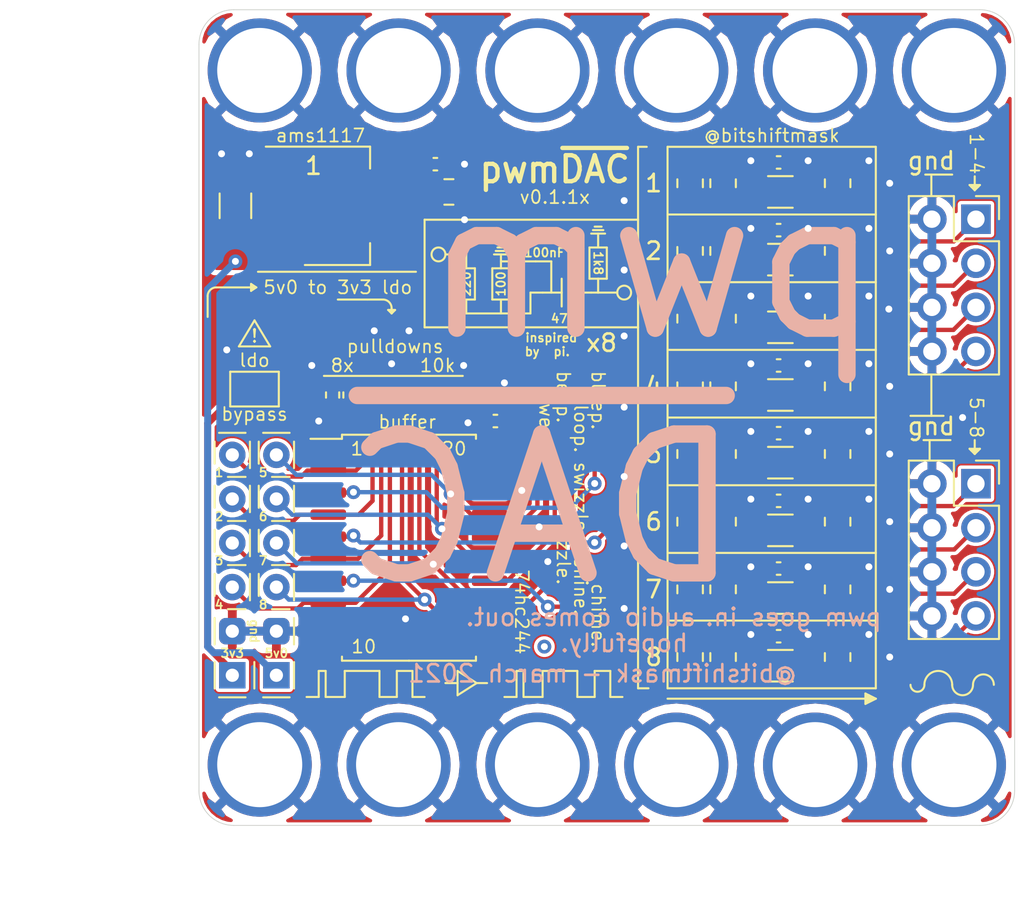
<source format=kicad_pcb>
(kicad_pcb (version 20171130) (host pcbnew 5.1.9)
  (layers (0 F.Cu signal) (31 B.Cu signal) (34 B.Paste user) (35 F.Paste user hide) (36 B.SilkS user) (37 F.SilkS user) (38 B.Mask user) (39 F.Mask user hide) (44 Edge.Cuts user))
  (net 0 "")
  (net 1 GND)
  (net 2 +5V)
  (net 3 +3V3)
  (net 4 "Net-(C4-Pad1)")
  (net 5 /audio-1)
  (net 6 "Net-(C6-Pad1)")
  (net 7 /audio-2)
  (net 8 "Net-(C8-Pad1)")
  (net 9 /audio-3)
  (net 10 "Net-(C10-Pad1)")
  (net 11 /audio-4)
  (net 12 "Net-(C12-Pad1)")
  (net 13 /audio-5)
  (net 14 "Net-(C14-Pad1)")
  (net 15 /audio-6)
  (net 16 "Net-(C16-Pad1)")
  (net 17 /audio-7)
  (net 18 "Net-(C18-Pad1)")
  (net 19 /audio-8)
  (net 20 /pwm-8)
  (net 21 /pwm-7)
  (net 22 /pwm-6)
  (net 23 /pwm-5)
  (net 24 /3v3-header)
  (net 25 /pwm-4)
  (net 26 /pwm-3)
  (net 27 /pwm-2)
  (net 28 /pwm-1)
  (net 29 /pbuf-1)
  (net 30 /pbuf-2)
  (net 31 /pbuf-3)
  (net 32 /pbuf-4)
  (net 33 /pbuf-5)
  (net 34 /pbuf-6)
  (net 35 /pbuf-7)
  (net 36 /pbuf-8)
  (module Capacitor_SMD:C_0402_1005Metric (layer F.Cu) (at 91.58 46.2)
    (fp_text reference C20 hide)
    (fp_text value 100nF)
    (pad 2 smd roundrect (at 0.48 0) (size 0.56 0.62) (layers F.Cu F.Paste F.Mask) (net 1 GND))
    (pad 1 smd roundrect (at -0.48 0) (size 0.56 0.62) (layers F.Cu F.Paste F.Mask) (net 3 +3V3))
  )
  (module Everything:SPROCKET-GPIO (layer F.Cu) (at 77.69 46.88)
    (fp_text reference U3 hide)
    (fp_text value SPROCKET-GPIO)
    (fp_text user 5v0 (at 1.27 12.7) (layer F.SilkS) (effects (font (size 0.5 0.5) (thickness 0.1))))
    (fp_text user 3v3 (at -1.27 12.7) (layer F.SilkS) (effects (font (size 0.5 0.5) (thickness 0.1))))
    (fp_text user gnd (at 0 11.43 270 unlocked) (layer F.SilkS) (effects (font (size 0.5 0.5) (thickness 0.1))))
    (fp_text user 5 (at 0.508 2.286) (layer F.SilkS) (effects (font (size 0.5 0.5) (thickness 0.1))))
    (fp_text user 6 (at 0.508 4.826) (layer F.SilkS) (effects (font (size 0.5 0.5) (thickness 0.1))))
    (fp_text user 7 (at 0.508 7.366) (layer F.SilkS) (effects (font (size 0.5 0.5) (thickness 0.1))))
    (fp_text user 8 (at 0.508 9.906) (layer F.SilkS) (effects (font (size 0.5 0.5) (thickness 0.1))))
    (fp_text user 4 (at -2.032 9.906) (layer F.SilkS) (effects (font (size 0.5 0.5) (thickness 0.1))))
    (fp_text user 3 (at -2.032 7.366) (layer F.SilkS) (effects (font (size 0.5 0.5) (thickness 0.1))))
    (fp_text user 2 (at -2.032 4.826) (layer F.SilkS) (effects (font (size 0.5 0.5) (thickness 0.1))))
    (fp_text user 1 (at -2.032 2.286) (layer F.SilkS) (effects (font (size 0.5 0.5) (thickness 0.1))))
    (pad 12 thru_hole rect (at 1.27 13.97) (size 1.524 1.524) (drill 0.762) (layers *.Cu *.Mask) (net 2 +5V))
    (pad 6 thru_hole rect (at -1.27 13.97) (size 1.524 1.524) (drill 0.762) (layers *.Cu *.Mask) (net 24 /3v3-header))
    (pad 11 thru_hole roundrect (at 1.27 11.43) (size 1.524 1.524) (drill 0.762) (layers *.Cu *.Mask) (net 1 GND))
    (pad 5 thru_hole roundrect (at -1.27 11.43) (size 1.524 1.524) (drill 0.762) (layers *.Cu *.Mask) (net 1 GND))
    (pad 10 thru_hole circle (at 1.27 8.89) (size 1.524 1.524) (drill 0.762) (layers *.Cu *.Mask) (net 20 /pwm-8))
    (pad 4 thru_hole circle (at -1.27 8.89) (size 1.524 1.524) (drill 0.762) (layers *.Cu *.Mask) (net 25 /pwm-4))
    (pad 9 thru_hole circle (at 1.27 6.35) (size 1.524 1.524) (drill 0.762) (layers *.Cu *.Mask) (net 21 /pwm-7))
    (pad 3 thru_hole circle (at -1.27 6.35) (size 1.524 1.524) (drill 0.762) (layers *.Cu *.Mask) (net 26 /pwm-3))
    (pad 8 thru_hole circle (at 1.27 3.81) (size 1.524 1.524) (drill 0.762) (layers *.Cu *.Mask) (net 22 /pwm-6))
    (pad 2 thru_hole circle (at -1.27 3.81) (size 1.524 1.524) (drill 0.762) (layers *.Cu *.Mask) (net 27 /pwm-2))
    (pad 7 thru_hole circle (at 1.27 1.27) (size 1.524 1.524) (drill 0.762) (layers *.Cu *.Mask) (net 23 /pwm-5))
    (pad 1 thru_hole circle (at -1.27 1.27) (size 1.524 1.524) (drill 0.762) (layers *.Cu *.Mask) (net 28 /pwm-1))
  )
  (module brick-4_9id-6_0od:brick-1x6 (layer F.Cu) (at 78 66 90)
    (fp_text reference J7 hide)
    (fp_text value Conn_01x06)
    (pad 5 thru_hole circle (at 0 32 90) (size 6 6) (drill 4.9) (layers *.Cu *.Mask) (net 1 GND))
    (pad 6 thru_hole circle (at 0 40 90) (size 6 6) (drill 4.9) (layers *.Cu *.Mask) (net 1 GND))
    (pad 4 thru_hole circle (at 0 24 90) (size 6 6) (drill 4.9) (layers *.Cu *.Mask) (net 1 GND))
    (pad 3 thru_hole circle (at 0 16 90) (size 6 6) (drill 4.9) (layers *.Cu *.Mask) (net 1 GND))
    (pad 2 thru_hole circle (at 0 8 90) (size 6 6) (drill 4.9) (layers *.Cu *.Mask) (net 1 GND))
    (pad 1 thru_hole circle (at 0 0 90) (size 6 6) (drill 4.9) (layers *.Cu *.Mask) (net 1 GND))
  )
  (module brick-4_9id-6_0od:brick-1x6 (layer F.Cu) (at 78 26 90)
    (fp_text reference J1 hide)
    (fp_text value Conn_01x06)
    (pad 5 thru_hole circle (at 0 32 90) (size 6 6) (drill 4.9) (layers *.Cu *.Mask) (net 1 GND))
    (pad 6 thru_hole circle (at 0 40 90) (size 6 6) (drill 4.9) (layers *.Cu *.Mask) (net 1 GND))
    (pad 4 thru_hole circle (at 0 24 90) (size 6 6) (drill 4.9) (layers *.Cu *.Mask) (net 1 GND))
    (pad 3 thru_hole circle (at 0 16 90) (size 6 6) (drill 4.9) (layers *.Cu *.Mask) (net 1 GND))
    (pad 2 thru_hole circle (at 0 8 90) (size 6 6) (drill 4.9) (layers *.Cu *.Mask) (net 1 GND))
    (pad 1 thru_hole circle (at 0 0 90) (size 6 6) (drill 4.9) (layers *.Cu *.Mask) (net 1 GND))
  )
  (module Resistor_SMD:R_0805_2012Metric (layer F.Cu) (at 102.8 55.9 90)
    (fp_text reference R27 hide)
    (fp_text value 220)
    (pad 2 smd roundrect (at 0.9125 0 90) (size 1.025 1.4) (layers F.Cu F.Paste F.Mask) (roundrect_rratio 0.2439014634146341) (net 35 /pbuf-7))
    (pad 1 smd roundrect (at -0.9125 0 90) (size 1.025 1.4) (layers F.Cu F.Paste F.Mask) (roundrect_rratio 0.2439014634146341) (net 16 "Net-(C16-Pad1)"))
  )
  (module Connector_PinSocket_2.54mm:PinSocket_2x04_P2.54mm_Vertical (layer F.Cu) (at 119.27 49.81)
    (fp_text reference J6 hide)
    (fp_text value Conn_02x04_Odd_Even)
    (pad 8 thru_hole oval (at -2.54 7.62) (size 1.7 1.7) (drill 1) (layers *.Cu *.Mask) (net 1 GND))
    (pad 7 thru_hole oval (at 0 7.62) (size 1.7 1.7) (drill 1) (layers *.Cu *.Mask) (net 19 /audio-8))
    (pad 6 thru_hole oval (at -2.54 5.08) (size 1.7 1.7) (drill 1) (layers *.Cu *.Mask) (net 1 GND))
    (pad 5 thru_hole oval (at 0 5.08) (size 1.7 1.7) (drill 1) (layers *.Cu *.Mask) (net 17 /audio-7))
    (pad 4 thru_hole oval (at -2.54 2.54) (size 1.7 1.7) (drill 1) (layers *.Cu *.Mask) (net 1 GND))
    (pad 3 thru_hole oval (at 0 2.54) (size 1.7 1.7) (drill 1) (layers *.Cu *.Mask) (net 15 /audio-6))
    (pad 2 thru_hole oval (at -2.54 0) (size 1.7 1.7) (drill 1) (layers *.Cu *.Mask) (net 1 GND))
    (pad 1 thru_hole rect (at 0 0) (size 1.7 1.7) (drill 1) (layers *.Cu *.Mask) (net 13 /audio-5))
  )
  (module Connector_PinSocket_2.54mm:PinSocket_2x04_P2.54mm_Vertical (layer F.Cu) (at 119.27 34.57)
    (fp_text reference J5 hide)
    (fp_text value Conn_02x04_Odd_Even)
    (pad 8 thru_hole oval (at -2.54 7.62) (size 1.7 1.7) (drill 1) (layers *.Cu *.Mask) (net 1 GND))
    (pad 7 thru_hole oval (at 0 7.62) (size 1.7 1.7) (drill 1) (layers *.Cu *.Mask) (net 11 /audio-4))
    (pad 6 thru_hole oval (at -2.54 5.08) (size 1.7 1.7) (drill 1) (layers *.Cu *.Mask) (net 1 GND))
    (pad 5 thru_hole oval (at 0 5.08) (size 1.7 1.7) (drill 1) (layers *.Cu *.Mask) (net 9 /audio-3))
    (pad 4 thru_hole oval (at -2.54 2.54) (size 1.7 1.7) (drill 1) (layers *.Cu *.Mask) (net 1 GND))
    (pad 3 thru_hole oval (at 0 2.54) (size 1.7 1.7) (drill 1) (layers *.Cu *.Mask) (net 7 /audio-2))
    (pad 2 thru_hole oval (at -2.54 0) (size 1.7 1.7) (drill 1) (layers *.Cu *.Mask) (net 1 GND))
    (pad 1 thru_hole rect (at 0 0) (size 1.7 1.7) (drill 1) (layers *.Cu *.Mask) (net 5 /audio-1))
  )
  (module Package_SO:SOIC-20W_7.5x12.8mm_P1.27mm (layer F.Cu) (at 86.6 53.5)
    (fp_text reference U2 hide)
    (fp_text value 74HC244)
    (pad 20 smd roundrect (at 4.65 -5.715) (size 2.05 0.6) (layers F.Cu F.Paste F.Mask) (net 3 +3V3))
    (pad 19 smd roundrect (at 4.65 -4.445) (size 2.05 0.6) (layers F.Cu F.Paste F.Mask) (net 1 GND))
    (pad 18 smd roundrect (at 4.65 -3.175) (size 2.05 0.6) (layers F.Cu F.Paste F.Mask) (net 29 /pbuf-1))
    (pad 17 smd roundrect (at 4.65 -1.905) (size 2.05 0.6) (layers F.Cu F.Paste F.Mask) (net 23 /pwm-5))
    (pad 16 smd roundrect (at 4.65 -0.635) (size 2.05 0.6) (layers F.Cu F.Paste F.Mask) (net 30 /pbuf-2))
    (pad 15 smd roundrect (at 4.65 0.635) (size 2.05 0.6) (layers F.Cu F.Paste F.Mask) (net 22 /pwm-6))
    (pad 14 smd roundrect (at 4.65 1.905) (size 2.05 0.6) (layers F.Cu F.Paste F.Mask) (net 31 /pbuf-3))
    (pad 13 smd roundrect (at 4.65 3.175) (size 2.05 0.6) (layers F.Cu F.Paste F.Mask) (net 21 /pwm-7))
    (pad 12 smd roundrect (at 4.65 4.445) (size 2.05 0.6) (layers F.Cu F.Paste F.Mask) (net 32 /pbuf-4))
    (pad 11 smd roundrect (at 4.65 5.715) (size 2.05 0.6) (layers F.Cu F.Paste F.Mask) (net 20 /pwm-8))
    (pad 10 smd roundrect (at -4.65 5.715) (size 2.05 0.6) (layers F.Cu F.Paste F.Mask) (net 1 GND))
    (pad 9 smd roundrect (at -4.65 4.445) (size 2.05 0.6) (layers F.Cu F.Paste F.Mask) (net 36 /pbuf-8))
    (pad 8 smd roundrect (at -4.65 3.175) (size 2.05 0.6) (layers F.Cu F.Paste F.Mask) (net 25 /pwm-4))
    (pad 7 smd roundrect (at -4.65 1.905) (size 2.05 0.6) (layers F.Cu F.Paste F.Mask) (net 35 /pbuf-7))
    (pad 6 smd roundrect (at -4.65 0.635) (size 2.05 0.6) (layers F.Cu F.Paste F.Mask) (net 26 /pwm-3))
    (pad 5 smd roundrect (at -4.65 -0.635) (size 2.05 0.6) (layers F.Cu F.Paste F.Mask) (net 34 /pbuf-6))
    (pad 4 smd roundrect (at -4.65 -1.905) (size 2.05 0.6) (layers F.Cu F.Paste F.Mask) (net 27 /pwm-2))
    (pad 3 smd roundrect (at -4.65 -3.175) (size 2.05 0.6) (layers F.Cu F.Paste F.Mask) (net 33 /pbuf-5))
    (pad 2 smd roundrect (at -4.65 -4.445) (size 2.05 0.6) (layers F.Cu F.Paste F.Mask) (net 28 /pwm-1))
    (pad 1 smd roundrect (at -4.65 -5.715) (size 2.05 0.6) (layers F.Cu F.Paste F.Mask) (net 1 GND))
  )
  (module Package_TO_SOT_SMD:SOT-223-3_TabPin2 (layer F.Cu) (at 82.45 33.8)
    (fp_text reference U1 hide)
    (fp_text value AMS1117-3.3)
    (pad 1 smd rect (at -3.15 -2.3) (size 2 1.5) (layers F.Cu F.Paste F.Mask) (net 1 GND))
    (pad 3 smd rect (at -3.15 2.3) (size 2 1.5) (layers F.Cu F.Paste F.Mask) (net 2 +5V))
    (pad 2 smd rect (at -3.15 0) (size 2 1.5) (layers F.Cu F.Paste F.Mask) (net 3 +3V3))
    (pad 2 smd rect (at 3.15 0) (size 2 3.8) (layers F.Cu F.Paste F.Mask) (net 3 +3V3))
  )
  (module Resistor_SMD:R_0805_2012Metric (layer F.Cu) (at 111.3 59.8 90)
    (fp_text reference R32 hide)
    (fp_text value 1K8)
    (pad 2 smd roundrect (at 0.9125 0 90) (size 1.025 1.4) (layers F.Cu F.Paste F.Mask) (roundrect_rratio 0.2439014634146341) (net 1 GND))
    (pad 1 smd roundrect (at -0.9125 0 90) (size 1.025 1.4) (layers F.Cu F.Paste F.Mask) (roundrect_rratio 0.2439014634146341) (net 19 /audio-8))
  )
  (module Resistor_SMD:R_0805_2012Metric (layer F.Cu) (at 104.7 59.8 270)
    (fp_text reference R31 hide)
    (fp_text value 100)
    (pad 2 smd roundrect (at 0.9125 0 270) (size 1.025 1.4) (layers F.Cu F.Paste F.Mask) (roundrect_rratio 0.2439014634146341) (net 18 "Net-(C18-Pad1)"))
    (pad 1 smd roundrect (at -0.9125 0 270) (size 1.025 1.4) (layers F.Cu F.Paste F.Mask) (roundrect_rratio 0.2439014634146341) (net 1 GND))
  )
  (module Resistor_SMD:R_0805_2012Metric (layer F.Cu) (at 102.8 59.8 90)
    (fp_text reference R30 hide)
    (fp_text value 220)
    (pad 2 smd roundrect (at 0.9125 0 90) (size 1.025 1.4) (layers F.Cu F.Paste F.Mask) (roundrect_rratio 0.2439014634146341) (net 36 /pbuf-8))
    (pad 1 smd roundrect (at -0.9125 0 90) (size 1.025 1.4) (layers F.Cu F.Paste F.Mask) (roundrect_rratio 0.2439014634146341) (net 18 "Net-(C18-Pad1)"))
  )
  (module Resistor_SMD:R_0805_2012Metric (layer F.Cu) (at 111.3 55.9 90)
    (fp_text reference R29 hide)
    (fp_text value 1K8)
    (pad 2 smd roundrect (at 0.9125 0 90) (size 1.025 1.4) (layers F.Cu F.Paste F.Mask) (roundrect_rratio 0.2439014634146341) (net 1 GND))
    (pad 1 smd roundrect (at -0.9125 0 90) (size 1.025 1.4) (layers F.Cu F.Paste F.Mask) (roundrect_rratio 0.2439014634146341) (net 17 /audio-7))
  )
  (module Resistor_SMD:R_0805_2012Metric (layer F.Cu) (at 104.7 55.9 270)
    (fp_text reference R28 hide)
    (fp_text value 100)
    (pad 2 smd roundrect (at 0.9125 0 270) (size 1.025 1.4) (layers F.Cu F.Paste F.Mask) (roundrect_rratio 0.2439014634146341) (net 16 "Net-(C16-Pad1)"))
    (pad 1 smd roundrect (at -0.9125 0 270) (size 1.025 1.4) (layers F.Cu F.Paste F.Mask) (roundrect_rratio 0.2439014634146341) (net 1 GND))
  )
  (module Resistor_SMD:R_0805_2012Metric (layer F.Cu) (at 111.3 52 90)
    (fp_text reference R26 hide)
    (fp_text value 1K8)
    (pad 2 smd roundrect (at 0.9125 0 90) (size 1.025 1.4) (layers F.Cu F.Paste F.Mask) (roundrect_rratio 0.2439014634146341) (net 1 GND))
    (pad 1 smd roundrect (at -0.9125 0 90) (size 1.025 1.4) (layers F.Cu F.Paste F.Mask) (roundrect_rratio 0.2439014634146341) (net 15 /audio-6))
  )
  (module Resistor_SMD:R_0805_2012Metric (layer F.Cu) (at 104.7 52 270)
    (fp_text reference R25 hide)
    (fp_text value 100)
    (pad 2 smd roundrect (at 0.9125 0 270) (size 1.025 1.4) (layers F.Cu F.Paste F.Mask) (roundrect_rratio 0.2439014634146341) (net 14 "Net-(C14-Pad1)"))
    (pad 1 smd roundrect (at -0.9125 0 270) (size 1.025 1.4) (layers F.Cu F.Paste F.Mask) (roundrect_rratio 0.2439014634146341) (net 1 GND))
  )
  (module Resistor_SMD:R_0805_2012Metric (layer F.Cu) (at 102.8 52 90)
    (fp_text reference R24 hide)
    (fp_text value 220)
    (pad 2 smd roundrect (at 0.9125 0 90) (size 1.025 1.4) (layers F.Cu F.Paste F.Mask) (roundrect_rratio 0.2439014634146341) (net 34 /pbuf-6))
    (pad 1 smd roundrect (at -0.9125 0 90) (size 1.025 1.4) (layers F.Cu F.Paste F.Mask) (roundrect_rratio 0.2439014634146341) (net 14 "Net-(C14-Pad1)"))
  )
  (module Resistor_SMD:R_0805_2012Metric (layer F.Cu) (at 111.3 48.1 90)
    (fp_text reference R23 hide)
    (fp_text value 1K8)
    (pad 2 smd roundrect (at 0.9125 0 90) (size 1.025 1.4) (layers F.Cu F.Paste F.Mask) (roundrect_rratio 0.2439014634146341) (net 1 GND))
    (pad 1 smd roundrect (at -0.9125 0 90) (size 1.025 1.4) (layers F.Cu F.Paste F.Mask) (roundrect_rratio 0.2439014634146341) (net 13 /audio-5))
  )
  (module Resistor_SMD:R_0805_2012Metric (layer F.Cu) (at 104.7 48.1 270)
    (fp_text reference R22 hide)
    (fp_text value 100)
    (pad 2 smd roundrect (at 0.9125 0 270) (size 1.025 1.4) (layers F.Cu F.Paste F.Mask) (roundrect_rratio 0.2439014634146341) (net 12 "Net-(C12-Pad1)"))
    (pad 1 smd roundrect (at -0.9125 0 270) (size 1.025 1.4) (layers F.Cu F.Paste F.Mask) (roundrect_rratio 0.2439014634146341) (net 1 GND))
  )
  (module Resistor_SMD:R_0805_2012Metric (layer F.Cu) (at 102.8 48.1 90)
    (fp_text reference R21 hide)
    (fp_text value 220)
    (pad 2 smd roundrect (at 0.9125 0 90) (size 1.025 1.4) (layers F.Cu F.Paste F.Mask) (roundrect_rratio 0.2439014634146341) (net 33 /pbuf-5))
    (pad 1 smd roundrect (at -0.9125 0 90) (size 1.025 1.4) (layers F.Cu F.Paste F.Mask) (roundrect_rratio 0.2439014634146341) (net 12 "Net-(C12-Pad1)"))
  )
  (module Resistor_SMD:R_0805_2012Metric (layer F.Cu) (at 111.3 44.2 90)
    (fp_text reference R20 hide)
    (fp_text value 1K8)
    (pad 2 smd roundrect (at 0.9125 0 90) (size 1.025 1.4) (layers F.Cu F.Paste F.Mask) (roundrect_rratio 0.2439014634146341) (net 1 GND))
    (pad 1 smd roundrect (at -0.9125 0 90) (size 1.025 1.4) (layers F.Cu F.Paste F.Mask) (roundrect_rratio 0.2439014634146341) (net 11 /audio-4))
  )
  (module Resistor_SMD:R_0805_2012Metric (layer F.Cu) (at 104.7 44.2 270)
    (fp_text reference R19 hide)
    (fp_text value 100)
    (pad 2 smd roundrect (at 0.9125 0 270) (size 1.025 1.4) (layers F.Cu F.Paste F.Mask) (roundrect_rratio 0.2439014634146341) (net 10 "Net-(C10-Pad1)"))
    (pad 1 smd roundrect (at -0.9125 0 270) (size 1.025 1.4) (layers F.Cu F.Paste F.Mask) (roundrect_rratio 0.2439014634146341) (net 1 GND))
  )
  (module Resistor_SMD:R_0805_2012Metric (layer F.Cu) (at 102.8 44.2 90)
    (fp_text reference R18 hide)
    (fp_text value 220)
    (pad 2 smd roundrect (at 0.9125 0 90) (size 1.025 1.4) (layers F.Cu F.Paste F.Mask) (roundrect_rratio 0.2439014634146341) (net 32 /pbuf-4))
    (pad 1 smd roundrect (at -0.9125 0 90) (size 1.025 1.4) (layers F.Cu F.Paste F.Mask) (roundrect_rratio 0.2439014634146341) (net 10 "Net-(C10-Pad1)"))
  )
  (module Resistor_SMD:R_0805_2012Metric (layer F.Cu) (at 111.3 40.3 90)
    (fp_text reference R17 hide)
    (fp_text value 1K8)
    (pad 2 smd roundrect (at 0.9125 0 90) (size 1.025 1.4) (layers F.Cu F.Paste F.Mask) (roundrect_rratio 0.2439014634146341) (net 1 GND))
    (pad 1 smd roundrect (at -0.9125 0 90) (size 1.025 1.4) (layers F.Cu F.Paste F.Mask) (roundrect_rratio 0.2439014634146341) (net 9 /audio-3))
  )
  (module Resistor_SMD:R_0805_2012Metric (layer F.Cu) (at 104.7 40.3 270)
    (fp_text reference R16 hide)
    (fp_text value 100)
    (pad 2 smd roundrect (at 0.9125 0 270) (size 1.025 1.4) (layers F.Cu F.Paste F.Mask) (roundrect_rratio 0.2439014634146341) (net 8 "Net-(C8-Pad1)"))
    (pad 1 smd roundrect (at -0.9125 0 270) (size 1.025 1.4) (layers F.Cu F.Paste F.Mask) (roundrect_rratio 0.2439014634146341) (net 1 GND))
  )
  (module Resistor_SMD:R_0805_2012Metric (layer F.Cu) (at 102.8 40.3 90)
    (fp_text reference R15 hide)
    (fp_text value 220)
    (pad 2 smd roundrect (at 0.9125 0 90) (size 1.025 1.4) (layers F.Cu F.Paste F.Mask) (roundrect_rratio 0.2439014634146341) (net 31 /pbuf-3))
    (pad 1 smd roundrect (at -0.9125 0 90) (size 1.025 1.4) (layers F.Cu F.Paste F.Mask) (roundrect_rratio 0.2439014634146341) (net 8 "Net-(C8-Pad1)"))
  )
  (module Resistor_SMD:R_0805_2012Metric (layer F.Cu) (at 111.3 36.4 90)
    (fp_text reference R14 hide)
    (fp_text value 1K8)
    (pad 2 smd roundrect (at 0.9125 0 90) (size 1.025 1.4) (layers F.Cu F.Paste F.Mask) (roundrect_rratio 0.2439014634146341) (net 1 GND))
    (pad 1 smd roundrect (at -0.9125 0 90) (size 1.025 1.4) (layers F.Cu F.Paste F.Mask) (roundrect_rratio 0.2439014634146341) (net 7 /audio-2))
  )
  (module Resistor_SMD:R_0805_2012Metric (layer F.Cu) (at 104.7 36.4 270)
    (fp_text reference R13 hide)
    (fp_text value 100)
    (pad 2 smd roundrect (at 0.9125 0 270) (size 1.025 1.4) (layers F.Cu F.Paste F.Mask) (roundrect_rratio 0.2439014634146341) (net 6 "Net-(C6-Pad1)"))
    (pad 1 smd roundrect (at -0.9125 0 270) (size 1.025 1.4) (layers F.Cu F.Paste F.Mask) (roundrect_rratio 0.2439014634146341) (net 1 GND))
  )
  (module Resistor_SMD:R_0805_2012Metric (layer F.Cu) (at 102.8 36.4 90)
    (fp_text reference R12 hide)
    (fp_text value 220)
    (pad 2 smd roundrect (at 0.9125 0 90) (size 1.025 1.4) (layers F.Cu F.Paste F.Mask) (roundrect_rratio 0.2439014634146341) (net 30 /pbuf-2))
    (pad 1 smd roundrect (at -0.9125 0 90) (size 1.025 1.4) (layers F.Cu F.Paste F.Mask) (roundrect_rratio 0.2439014634146341) (net 6 "Net-(C6-Pad1)"))
  )
  (module Resistor_SMD:R_0805_2012Metric (layer F.Cu) (at 111.3 32.5 90)
    (fp_text reference R11 hide)
    (fp_text value 1K8)
    (pad 2 smd roundrect (at 0.9125 0 90) (size 1.025 1.4) (layers F.Cu F.Paste F.Mask) (roundrect_rratio 0.2439014634146341) (net 1 GND))
    (pad 1 smd roundrect (at -0.9125 0 90) (size 1.025 1.4) (layers F.Cu F.Paste F.Mask) (roundrect_rratio 0.2439014634146341) (net 5 /audio-1))
  )
  (module Resistor_SMD:R_0805_2012Metric (layer F.Cu) (at 104.7 32.5 270)
    (fp_text reference R10 hide)
    (fp_text value 100)
    (pad 2 smd roundrect (at 0.9125 0 270) (size 1.025 1.4) (layers F.Cu F.Paste F.Mask) (roundrect_rratio 0.2439014634146341) (net 4 "Net-(C4-Pad1)"))
    (pad 1 smd roundrect (at -0.9125 0 270) (size 1.025 1.4) (layers F.Cu F.Paste F.Mask) (roundrect_rratio 0.2439014634146341) (net 1 GND))
  )
  (module Resistor_SMD:R_0805_2012Metric (layer F.Cu) (at 102.8 32.5 90)
    (fp_text reference R9 hide)
    (fp_text value 220)
    (pad 2 smd roundrect (at 0.9125 0 90) (size 1.025 1.4) (layers F.Cu F.Paste F.Mask) (roundrect_rratio 0.2439014634146341) (net 29 /pbuf-1))
    (pad 1 smd roundrect (at -0.9125 0 90) (size 1.025 1.4) (layers F.Cu F.Paste F.Mask) (roundrect_rratio 0.2439014634146341) (net 4 "Net-(C4-Pad1)"))
  )
  (module Resistor_SMD:R_0402_1005Metric (layer F.Cu) (at 86.2 44.7 270)
    (fp_text reference R8 hide)
    (fp_text value 10K)
    (pad 2 smd roundrect (at 0.51 0 270) (size 0.54 0.64) (layers F.Cu F.Paste F.Mask) (net 20 /pwm-8))
    (pad 1 smd roundrect (at -0.51 0 270) (size 0.54 0.64) (layers F.Cu F.Paste F.Mask) (net 1 GND))
  )
  (module Resistor_SMD:R_0402_1005Metric (layer F.Cu) (at 87.2 44.7 270)
    (fp_text reference R7 hide)
    (fp_text value 10K)
    (pad 2 smd roundrect (at 0.51 0 270) (size 0.54 0.64) (layers F.Cu F.Paste F.Mask) (net 21 /pwm-7))
    (pad 1 smd roundrect (at -0.51 0 270) (size 0.54 0.64) (layers F.Cu F.Paste F.Mask) (net 1 GND))
  )
  (module Resistor_SMD:R_0402_1005Metric (layer F.Cu) (at 88.2 44.7 270)
    (fp_text reference R6 hide)
    (fp_text value 10K)
    (pad 2 smd roundrect (at 0.51 0 270) (size 0.54 0.64) (layers F.Cu F.Paste F.Mask) (net 22 /pwm-6))
    (pad 1 smd roundrect (at -0.51 0 270) (size 0.54 0.64) (layers F.Cu F.Paste F.Mask) (net 1 GND))
  )
  (module Resistor_SMD:R_0402_1005Metric (layer F.Cu) (at 89.2 44.7 270)
    (fp_text reference R5 hide)
    (fp_text value 10K)
    (pad 2 smd roundrect (at 0.51 0 270) (size 0.54 0.64) (layers F.Cu F.Paste F.Mask) (net 23 /pwm-5))
    (pad 1 smd roundrect (at -0.51 0 270) (size 0.54 0.64) (layers F.Cu F.Paste F.Mask) (net 1 GND))
  )
  (module Resistor_SMD:R_0402_1005Metric (layer F.Cu) (at 85.2 44.7 270)
    (fp_text reference R4 hide)
    (fp_text value 10K)
    (pad 2 smd roundrect (at 0.51 0 270) (size 0.54 0.64) (layers F.Cu F.Paste F.Mask) (net 25 /pwm-4))
    (pad 1 smd roundrect (at -0.51 0 270) (size 0.54 0.64) (layers F.Cu F.Paste F.Mask) (net 1 GND))
  )
  (module Resistor_SMD:R_0402_1005Metric (layer F.Cu) (at 84.2 44.7 270)
    (fp_text reference R3 hide)
    (fp_text value 10K)
    (pad 2 smd roundrect (at 0.51 0 270) (size 0.54 0.64) (layers F.Cu F.Paste F.Mask) (net 26 /pwm-3))
    (pad 1 smd roundrect (at -0.51 0 270) (size 0.54 0.64) (layers F.Cu F.Paste F.Mask) (net 1 GND))
  )
  (module Resistor_SMD:R_0402_1005Metric (layer F.Cu) (at 83.2 44.7 270)
    (fp_text reference R2 hide)
    (fp_text value 10K)
    (pad 2 smd roundrect (at 0.51 0 270) (size 0.54 0.64) (layers F.Cu F.Paste F.Mask) (net 27 /pwm-2))
    (pad 1 smd roundrect (at -0.51 0 270) (size 0.54 0.64) (layers F.Cu F.Paste F.Mask) (net 1 GND))
  )
  (module Resistor_SMD:R_0402_1005Metric (layer F.Cu) (at 82.2 44.7 270)
    (fp_text reference R1 hide)
    (fp_text value 10K)
    (pad 2 smd roundrect (at 0.51 0 270) (size 0.54 0.64) (layers F.Cu F.Paste F.Mask) (net 28 /pwm-1))
    (pad 1 smd roundrect (at -0.51 0 270) (size 0.54 0.64) (layers F.Cu F.Paste F.Mask) (net 1 GND))
  )
  (module Jumper:SolderJumper-2_P1.3mm_Open_TrianglePad1.0x1.5mm (layer F.Cu) (at 77.7 44.36)
    (fp_text reference JP1 hide)
    (fp_text value SolderJumper_2_Open)
    (pad 1 smd custom (at -0.725 0) (size 0.3 0.3) (layers F.Cu F.Mask) (net 24 /3v3-header) (options (clearance outline) (anchor rect)) (primitives (gr_poly (pts (xy -0.5 -0.75) (xy 0.5 -0.75) (xy 1 0) (xy 0.5 0.75) (xy -0.5 0.75)) (width 0))))
    (pad 2 smd custom (at 0.725 0) (size 0.3 0.3) (layers F.Cu F.Mask) (net 3 +3V3) (options (clearance outline) (anchor rect)) (primitives (gr_poly (pts (xy -0.65 -0.75) (xy 0.5 -0.75) (xy 0.5 0.75) (xy -0.65 0.75) (xy -0.15 0)) (width 0))))
  )
  (module Capacitor_SMD:C_1206_3216Metric (layer F.Cu) (at 108 60.3 180)
    (fp_text reference C19 hide)
    (fp_text value 47uF)
    (pad 2 smd roundrect (at 1.475 0 180) (size 1.15 1.8) (layers F.Cu F.Paste F.Mask) (roundrect_rratio 0.2173904347826087) (net 18 "Net-(C18-Pad1)"))
    (pad 1 smd roundrect (at -1.475 0 180) (size 1.15 1.8) (layers F.Cu F.Paste F.Mask) (roundrect_rratio 0.2173904347826087) (net 19 /audio-8))
  )
  (module Capacitor_SMD:C_0402_1005Metric (layer F.Cu) (at 107.9 58.6)
    (fp_text reference C18 hide)
    (fp_text value 100nF)
    (pad 2 smd roundrect (at 0.48 0) (size 0.56 0.62) (layers F.Cu F.Paste F.Mask) (net 1 GND))
    (pad 1 smd roundrect (at -0.48 0) (size 0.56 0.62) (layers F.Cu F.Paste F.Mask) (net 18 "Net-(C18-Pad1)"))
  )
  (module Capacitor_SMD:C_1206_3216Metric (layer F.Cu) (at 108 56.4 180)
    (fp_text reference C17 hide)
    (fp_text value 47uF)
    (pad 2 smd roundrect (at 1.475 0 180) (size 1.15 1.8) (layers F.Cu F.Paste F.Mask) (roundrect_rratio 0.2173904347826087) (net 16 "Net-(C16-Pad1)"))
    (pad 1 smd roundrect (at -1.475 0 180) (size 1.15 1.8) (layers F.Cu F.Paste F.Mask) (roundrect_rratio 0.2173904347826087) (net 17 /audio-7))
  )
  (module Capacitor_SMD:C_0402_1005Metric (layer F.Cu) (at 107.9 54.7)
    (fp_text reference C16 hide)
    (fp_text value 100nF)
    (pad 2 smd roundrect (at 0.48 0) (size 0.56 0.62) (layers F.Cu F.Paste F.Mask) (net 1 GND))
    (pad 1 smd roundrect (at -0.48 0) (size 0.56 0.62) (layers F.Cu F.Paste F.Mask) (net 16 "Net-(C16-Pad1)"))
  )
  (module Capacitor_SMD:C_1206_3216Metric (layer F.Cu) (at 108 52.5 180)
    (fp_text reference C15 hide)
    (fp_text value 47uF)
    (pad 2 smd roundrect (at 1.475 0 180) (size 1.15 1.8) (layers F.Cu F.Paste F.Mask) (roundrect_rratio 0.2173904347826087) (net 14 "Net-(C14-Pad1)"))
    (pad 1 smd roundrect (at -1.475 0 180) (size 1.15 1.8) (layers F.Cu F.Paste F.Mask) (roundrect_rratio 0.2173904347826087) (net 15 /audio-6))
  )
  (module Capacitor_SMD:C_0402_1005Metric (layer F.Cu) (at 107.9 50.8)
    (fp_text reference C14 hide)
    (fp_text value 100nF)
    (pad 2 smd roundrect (at 0.48 0) (size 0.56 0.62) (layers F.Cu F.Paste F.Mask) (net 1 GND))
    (pad 1 smd roundrect (at -0.48 0) (size 0.56 0.62) (layers F.Cu F.Paste F.Mask) (net 14 "Net-(C14-Pad1)"))
  )
  (module Capacitor_SMD:C_1206_3216Metric (layer F.Cu) (at 108 48.6 180)
    (fp_text reference C13 hide)
    (fp_text value 47uF)
    (pad 2 smd roundrect (at 1.475 0 180) (size 1.15 1.8) (layers F.Cu F.Paste F.Mask) (roundrect_rratio 0.2173904347826087) (net 12 "Net-(C12-Pad1)"))
    (pad 1 smd roundrect (at -1.475 0 180) (size 1.15 1.8) (layers F.Cu F.Paste F.Mask) (roundrect_rratio 0.2173904347826087) (net 13 /audio-5))
  )
  (module Capacitor_SMD:C_0402_1005Metric (layer F.Cu) (at 107.9 46.9)
    (fp_text reference C12 hide)
    (fp_text value 100nF)
    (pad 2 smd roundrect (at 0.48 0) (size 0.56 0.62) (layers F.Cu F.Paste F.Mask) (net 1 GND))
    (pad 1 smd roundrect (at -0.48 0) (size 0.56 0.62) (layers F.Cu F.Paste F.Mask) (net 12 "Net-(C12-Pad1)"))
  )
  (module Capacitor_SMD:C_1206_3216Metric (layer F.Cu) (at 108 44.7 180)
    (fp_text reference C11 hide)
    (fp_text value 47uF)
    (pad 2 smd roundrect (at 1.475 0 180) (size 1.15 1.8) (layers F.Cu F.Paste F.Mask) (roundrect_rratio 0.2173904347826087) (net 10 "Net-(C10-Pad1)"))
    (pad 1 smd roundrect (at -1.475 0 180) (size 1.15 1.8) (layers F.Cu F.Paste F.Mask) (roundrect_rratio 0.2173904347826087) (net 11 /audio-4))
  )
  (module Capacitor_SMD:C_0402_1005Metric (layer F.Cu) (at 107.9 43)
    (fp_text reference C10 hide)
    (fp_text value 100nF)
    (pad 2 smd roundrect (at 0.48 0) (size 0.56 0.62) (layers F.Cu F.Paste F.Mask) (net 1 GND))
    (pad 1 smd roundrect (at -0.48 0) (size 0.56 0.62) (layers F.Cu F.Paste F.Mask) (net 10 "Net-(C10-Pad1)"))
  )
  (module Capacitor_SMD:C_1206_3216Metric (layer F.Cu) (at 108 40.8 180)
    (fp_text reference C9 hide)
    (fp_text value 47uF)
    (pad 2 smd roundrect (at 1.475 0 180) (size 1.15 1.8) (layers F.Cu F.Paste F.Mask) (roundrect_rratio 0.2173904347826087) (net 8 "Net-(C8-Pad1)"))
    (pad 1 smd roundrect (at -1.475 0 180) (size 1.15 1.8) (layers F.Cu F.Paste F.Mask) (roundrect_rratio 0.2173904347826087) (net 9 /audio-3))
  )
  (module Capacitor_SMD:C_0402_1005Metric (layer F.Cu) (at 107.9 39.1)
    (fp_text reference C8 hide)
    (fp_text value 100nF)
    (pad 2 smd roundrect (at 0.48 0) (size 0.56 0.62) (layers F.Cu F.Paste F.Mask) (net 1 GND))
    (pad 1 smd roundrect (at -0.48 0) (size 0.56 0.62) (layers F.Cu F.Paste F.Mask) (net 8 "Net-(C8-Pad1)"))
  )
  (module Capacitor_SMD:C_1206_3216Metric (layer F.Cu) (at 108 36.9 180)
    (fp_text reference C7 hide)
    (fp_text value 47uF)
    (pad 2 smd roundrect (at 1.475 0 180) (size 1.15 1.8) (layers F.Cu F.Paste F.Mask) (roundrect_rratio 0.2173904347826087) (net 6 "Net-(C6-Pad1)"))
    (pad 1 smd roundrect (at -1.475 0 180) (size 1.15 1.8) (layers F.Cu F.Paste F.Mask) (roundrect_rratio 0.2173904347826087) (net 7 /audio-2))
  )
  (module Capacitor_SMD:C_0402_1005Metric (layer F.Cu) (at 107.9 35.2)
    (fp_text reference C6 hide)
    (fp_text value 100nF)
    (pad 2 smd roundrect (at 0.48 0) (size 0.56 0.62) (layers F.Cu F.Paste F.Mask) (net 1 GND))
    (pad 1 smd roundrect (at -0.48 0) (size 0.56 0.62) (layers F.Cu F.Paste F.Mask) (net 6 "Net-(C6-Pad1)"))
  )
  (module Capacitor_SMD:C_1206_3216Metric (layer F.Cu) (at 108 33 180)
    (fp_text reference C5 hide)
    (fp_text value 47uF)
    (pad 2 smd roundrect (at 1.475 0 180) (size 1.15 1.8) (layers F.Cu F.Paste F.Mask) (roundrect_rratio 0.2173904347826087) (net 4 "Net-(C4-Pad1)"))
    (pad 1 smd roundrect (at -1.475 0 180) (size 1.15 1.8) (layers F.Cu F.Paste F.Mask) (roundrect_rratio 0.2173904347826087) (net 5 /audio-1))
  )
  (module Capacitor_SMD:C_0402_1005Metric (layer F.Cu) (at 107.9 31.3)
    (fp_text reference C4 hide)
    (fp_text value 100nF)
    (pad 2 smd roundrect (at 0.48 0) (size 0.56 0.62) (layers F.Cu F.Paste F.Mask) (net 1 GND))
    (pad 1 smd roundrect (at -0.48 0) (size 0.56 0.62) (layers F.Cu F.Paste F.Mask) (net 4 "Net-(C4-Pad1)"))
  )
  (module Capacitor_SMD:C_0805_2012Metric (layer F.Cu) (at 88.9 33)
    (fp_text reference C3 hide)
    (fp_text value 22uF)
    (pad 2 smd roundrect (at 0.95 0) (size 1 1.45) (layers F.Cu F.Paste F.Mask) (net 1 GND))
    (pad 1 smd roundrect (at -0.95 0) (size 1 1.45) (layers F.Cu F.Paste F.Mask) (net 3 +3V3))
  )
  (module Capacitor_SMD:C_0402_1005Metric (layer F.Cu) (at 88.12 31.4)
    (fp_text reference C2 hide)
    (fp_text value 100nF)
    (pad 2 smd roundrect (at 0.48 0) (size 0.56 0.62) (layers F.Cu F.Paste F.Mask) (net 1 GND))
    (pad 1 smd roundrect (at -0.48 0) (size 0.56 0.62) (layers F.Cu F.Paste F.Mask) (net 3 +3V3))
  )
  (module Capacitor_SMD:C_1206_3216Metric (layer F.Cu) (at 76.6 33.8 90)
    (fp_text reference C1 hide)
    (fp_text value 47uF)
    (pad 2 smd roundrect (at 1.475 0 90) (size 1.15 1.8) (layers F.Cu F.Paste F.Mask) (roundrect_rratio 0.2173904347826087) (net 1 GND))
    (pad 1 smd roundrect (at -1.475 0 90) (size 1.15 1.8) (layers F.Cu F.Paste F.Mask) (roundrect_rratio 0.2173904347826087) (net 2 +5V))
  )
  (gr_text "ams1117\n" (at 81.5 29.75) (layer F.SilkS) (effects (font (size 0.75 0.75) (thickness 0.1))))
  (gr_line (start 116.7 43.55) (end 116.7 45.9) (layer F.SilkS) (width 0.12))
  (gr_line (start 117.4 45.9) (end 115.5 45.9) (layer F.SilkS) (width 0.12))
  (gr_text @bitshiftmask (at 107.5 29.75) (layer F.SilkS) (effects (font (size 0.75 0.75) (thickness 0.1))))
  (gr_text "@bitshiftmask - march 2021" (at 97.75 60.75) (layer B.SilkS) (effects (font (size 1 1)) (justify mirror)))
  (gr_text hopefully. (at 99 59) (layer B.SilkS) (effects (font (size 1 1)) (justify mirror)))
  (gr_text "audio comes out." (at 96.5 57.5) (layer B.SilkS) (effects (font (size 1 1)) (justify mirror)))
  (gr_text "pwm goes in." (at 108.75 57.5) (layer B.SilkS) (effects (font (size 1 1)) (justify mirror)))
  (gr_text shine. (at 96.5 54 270) (layer F.SilkS) (effects (font (size 0.75 0.75) (thickness 0.1)) (justify left)))
  (gr_text chime. (at 97.5 55.5 270) (layer F.SilkS) (effects (font (size 0.75 0.75) (thickness 0.1)) (justify left)))
  (gr_text sizzle. (at 95.5 52 270) (layer F.SilkS) (effects (font (size 0.75 0.75) (thickness 0.1)) (justify left)))
  (gr_text swizzle. (at 96.5 48.5 270) (layer F.SilkS) (effects (font (size 0.75 0.75) (thickness 0.1)) (justify left)))
  (gr_text sweep. (at 94.5 44.5 270) (layer F.SilkS) (effects (font (size 0.75 0.75) (thickness 0.1)) (justify left)))
  (gr_text beep. (at 95.5 43.25 270) (layer F.SilkS) (effects (font (size 0.75 0.75) (thickness 0.1)) (justify left)))
  (gr_text bloop. (at 96.5 44.5 270) (layer F.SilkS) (effects (font (size 0.75 0.75) (thickness 0.1)) (justify left)))
  (gr_text bleep. (at 97.5 43.25 270) (layer F.SilkS) (effects (font (size 0.75 0.75) (thickness 0.1)) (justify left)))
  (gr_text 8 (at 100.7 59.8) (layer F.SilkS) (effects (font (size 1 1))))
  (gr_text 7 (at 100.7 55.9) (layer F.SilkS) (effects (font (size 1 1))))
  (gr_text 6 (at 100.7 52) (layer F.SilkS) (effects (font (size 1 1))))
  (gr_text 5 (at 100.7 48.1) (layer F.SilkS) (effects (font (size 1 1))))
  (gr_text 4 (at 100.7 44.2) (layer F.SilkS) (effects (font (size 1 1))))
  (gr_text "3\n" (at 100.7 40.3) (layer F.SilkS) (effects (font (size 1 1))))
  (gr_text "2\n" (at 100.7 36.4) (layer F.SilkS) (effects (font (size 1 1))))
  (gr_text 1 (at 100.7 32.5) (layer F.SilkS) (effects (font (size 1 1))))
  (gr_text ~DAC (at 94.25 51.3) (layer B.SilkS) (effects (font (size 8 8) (thickness 1)) (justify mirror)))
  (gr_text pwm (at 100.6 37.2) (layer B.SilkS) (effects (font (size 8 8) (thickness 1)) (justify mirror)))
  (gr_text buffer (at 86.5 46.25) (layer F.SilkS) (effects (font (size 0.75 0.75) (thickness 0.1))))
  (gr_text pi. (at 95.4 42.2) (layer F.SilkS) (effects (font (size 0.5 0.5) (thickness 0.1))))
  (gr_text by (at 93.7 42.2) (layer F.SilkS) (effects (font (size 0.5 0.5) (thickness 0.1))))
  (gr_text inspired (at 94.8 41.4) (layer F.SilkS) (effects (font (size 0.5 0.5) (thickness 0.1))))
  (gr_line (start 85.8 39.8) (end 85.6 40) (layer F.SilkS) (width 0.12))
  (gr_line (start 85.4 39.8) (end 85.8 39.8) (layer F.SilkS) (width 0.12))
  (gr_line (start 85.6 40) (end 85.4 39.8) (layer F.SilkS) (width 0.12))
  (gr_line (start 85.6 39.7) (end 85.6 40) (layer F.SilkS) (width 0.12))
  (gr_line (start 84.2 39.2) (end 85.1 39.2) (layer F.SilkS) (width 0.12))
  (gr_arc (start 85.1 39.7) (end 85.6 39.7) (angle -90) (layer F.SilkS) (width 0.12))
  (gr_line (start 82.5 39.2) (end 84.2 39.2) (layer F.SilkS) (width 0.12))
  (gr_line (start 77.6 38.4) (end 77.6 38.6) (layer F.SilkS) (width 0.12))
  (gr_line (start 77.5 38.7) (end 77.8 38.5) (layer F.SilkS) (width 0.12))
  (gr_line (start 77.5 38.3) (end 77.5 38.7) (layer F.SilkS) (width 0.12))
  (gr_line (start 77.8 38.5) (end 77.5 38.3) (layer F.SilkS) (width 0.12))
  (gr_line (start 75.5 38.5) (end 77.8 38.5) (layer F.SilkS) (width 0.12))
  (gr_arc (start 75.5 39) (end 75.5 38.5) (angle -90) (layer F.SilkS) (width 0.12))
  (gr_line (start 75 40.2) (end 75 39) (layer F.SilkS) (width 0.12))
  (gr_line (start 118.9 47.8) (end 119.5 47.8) (layer F.SilkS) (width 0.12))
  (gr_text 5-8 (at 119.3 46 -90) (layer F.SilkS) (effects (font (size 0.75 0.75) (thickness 0.1))))
  (gr_line (start 119.2 48.1) (end 118.9 47.8) (layer F.SilkS) (width 0.12))
  (gr_line (start 119.5 47.8) (end 119.2 48.1) (layer F.SilkS) (width 0.12))
  (gr_line (start 119.2 47.3) (end 119.2 48.1) (layer F.SilkS) (width 0.12))
  (gr_line (start 119 47.9) (end 119.4 47.9) (layer F.SilkS) (width 0.12))
  (gr_line (start 119 32.7) (end 119.4 32.7) (layer F.SilkS) (width 0.12))
  (gr_line (start 119.5 32.6) (end 119.2 32.9) (layer F.SilkS) (width 0.12))
  (gr_line (start 118.9 32.6) (end 119.5 32.6) (layer F.SilkS) (width 0.12))
  (gr_line (start 119.2 32.9) (end 118.9 32.6) (layer F.SilkS) (width 0.12))
  (gr_line (start 119.2 32.1) (end 119.2 32.9) (layer F.SilkS) (width 0.12))
  (gr_text 1-4 (at 119.3 30.8 270) (layer F.SilkS) (effects (font (size 0.75 0.75) (thickness 0.1))))
  (gr_line (start 116.25 47.3) (end 117.8 47.3) (layer F.SilkS) (width 0.12))
  (gr_line (start 116.6 48.45) (end 116.6 47.3) (layer F.SilkS) (width 0.12))
  (gr_line (start 116.35 32) (end 117.9 32) (layer F.SilkS) (width 0.12))
  (gr_line (start 116.7 33.2) (end 116.7 32) (layer F.SilkS) (width 0.12))
  (gr_text gnd (at 116.7 31.2) (layer F.SilkS) (effects (font (size 1 1))))
  (gr_text gnd (at 116.7 46.5) (layer F.SilkS) (effects (font (size 1 1))))
  (gr_text v0.1.1x (at 95 33.3) (layer F.SilkS) (effects (font (size 0.75 0.75) (thickness 0.1))))
  (gr_line (start 77.7 40.4) (end 76.8 41.9) (layer F.SilkS) (width 0.12))
  (gr_line (start 76.8 41.9) (end 77.7 41.9) (layer F.SilkS) (width 0.12))
  (gr_line (start 78.6 41.9) (end 77.7 40.4) (layer F.SilkS) (width 0.12))
  (gr_line (start 77.7 41.9) (end 78.6 41.9) (layer F.SilkS) (width 0.12))
  (gr_text ! (at 77.7 41.3) (layer F.SilkS) (effects (font (size 0.75 0.75) (thickness 0.1))))
  (gr_text bypass (at 77.7 45.8) (layer F.SilkS) (effects (font (size 0.75 0.75) (thickness 0.1))))
  (gr_text 8x (at 82.75 43) (layer F.SilkS) (effects (font (size 0.75 0.75) (thickness 0.1))))
  (gr_text 10k (at 88.25 43) (layer F.SilkS) (effects (font (size 0.75 0.75) (thickness 0.1))))
  (gr_line (start 113.2 62.1) (end 113.2 62.3) (layer F.SilkS) (width 0.12))
  (gr_line (start 113.1 62) (end 113.1 62.3) (layer F.SilkS) (width 0.12))
  (gr_line (start 113 62) (end 113 62.4) (layer F.SilkS) (width 0.12))
  (gr_line (start 112.9 62.5) (end 113.5 62.2) (layer F.SilkS) (width 0.12))
  (gr_line (start 112.9 61.9) (end 112.9 62.5) (layer F.SilkS) (width 0.12))
  (gr_line (start 113.5 62.2) (end 112.9 61.9) (layer F.SilkS) (width 0.12))
  (gr_line (start 101.5 62.2) (end 113.5 62.2) (layer F.SilkS) (width 0.12))
  (gr_arc (start 119.7 61.4) (end 120.3 61.4) (angle -180) (layer F.SilkS) (width 0.12))
  (gr_arc (start 118.5 61.4) (end 117.9 61.4) (angle -180) (layer F.SilkS) (width 0.12))
  (gr_arc (start 117.1 61.4) (end 117.9 61.4) (angle -180) (layer F.SilkS) (width 0.12))
  (gr_arc (start 115.9 61.4) (end 115.5 61.4) (angle -180) (layer F.SilkS) (width 0.12))
  (gr_line (start 92.1 62.1) (end 92.8 62.1) (layer F.SilkS) (width 0.12))
  (gr_line (start 93.2 62.1) (end 94.3 62.1) (layer F.SilkS) (width 0.12))
  (gr_line (start 97.3 60.6) (end 98.2 60.6) (layer F.SilkS) (width 0.12))
  (gr_line (start 92.8 60.6) (end 93.2 60.6) (layer F.SilkS) (width 0.12))
  (gr_line (start 97.3 62.1) (end 97.3 60.6) (layer F.SilkS) (width 0.12))
  (gr_line (start 96.3 62.1) (end 97.3 62.1) (layer F.SilkS) (width 0.12))
  (gr_line (start 93.2 60.6) (end 93.2 62.1) (layer F.SilkS) (width 0.12))
  (gr_line (start 98.2 62.1) (end 98.9 62.1) (layer F.SilkS) (width 0.12))
  (gr_line (start 98.2 60.6) (end 98.2 62.1) (layer F.SilkS) (width 0.12))
  (gr_line (start 94.3 60.6) (end 96.3 60.6) (layer F.SilkS) (width 0.12))
  (gr_line (start 96.3 60.6) (end 96.3 62.1) (layer F.SilkS) (width 0.12))
  (gr_line (start 92.8 62.1) (end 92.8 60.6) (layer F.SilkS) (width 0.12))
  (gr_line (start 94.3 62.1) (end 94.3 60.6) (layer F.SilkS) (width 0.12))
  (gr_line (start 90.5 61.3) (end 91.1 61.3) (layer F.SilkS) (width 0.12))
  (gr_line (start 89.4 62) (end 89.4 61.3) (layer F.SilkS) (width 0.12))
  (gr_line (start 90.5 61.3) (end 89.4 62) (layer F.SilkS) (width 0.12))
  (gr_line (start 89.4 60.6) (end 90.5 61.3) (layer F.SilkS) (width 0.12))
  (gr_line (start 89.4 61.3) (end 89.4 60.6) (layer F.SilkS) (width 0.12))
  (gr_line (start 88.7 61.3) (end 89.4 61.3) (layer F.SilkS) (width 0.12))
  (gr_line (start 86.8 62.1) (end 87.5 62.1) (layer F.SilkS) (width 0.12))
  (gr_line (start 86.8 60.6) (end 86.8 62.1) (layer F.SilkS) (width 0.12))
  (gr_line (start 85.9 60.6) (end 86.8 60.6) (layer F.SilkS) (width 0.12))
  (gr_line (start 85.9 62.1) (end 85.9 60.6) (layer F.SilkS) (width 0.12))
  (gr_line (start 84.9 62.1) (end 85.9 62.1) (layer F.SilkS) (width 0.12))
  (gr_line (start 84.9 60.6) (end 84.9 62.1) (layer F.SilkS) (width 0.12))
  (gr_line (start 82.9 60.6) (end 84.9 60.6) (layer F.SilkS) (width 0.12))
  (gr_line (start 82.9 62.1) (end 82.9 60.6) (layer F.SilkS) (width 0.12))
  (gr_line (start 81.8 62.1) (end 82.9 62.1) (layer F.SilkS) (width 0.12))
  (gr_line (start 81.8 60.6) (end 81.8 62.1) (layer F.SilkS) (width 0.12))
  (gr_line (start 81.4 60.6) (end 81.8 60.6) (layer F.SilkS) (width 0.12))
  (gr_line (start 81.4 62.1) (end 81.4 60.6) (layer F.SilkS) (width 0.12))
  (gr_line (start 80.7 62.1) (end 81.4 62.1) (layer F.SilkS) (width 0.12))
  (gr_line (start 99.8 61.6) (end 100.4 61.6) (layer F.SilkS) (width 0.12))
  (gr_line (start 99.8 30.4) (end 100.3 30.4) (layer F.SilkS) (width 0.12))
  (gr_text x8 (at 97.7 41.7) (layer F.SilkS) (effects (font (size 1 1))))
  (gr_line (start 99.8 40.8) (end 99.8 61.6) (layer F.SilkS) (width 0.12))
  (gr_line (start 99.8 34.6) (end 99.8 30.4) (layer F.SilkS) (width 0.12))
  (gr_line (start 99.8 40.8) (end 87.5 40.8) (layer F.SilkS) (width 0.12))
  (gr_line (start 99.8 34.6) (end 99.8 40.8) (layer F.SilkS) (width 0.12))
  (gr_line (start 87.5 34.6) (end 87.5 40.8) (layer F.SilkS) (width 0.12))
  (gr_text 1 (at 81.1 31.5) (layer F.SilkS) (effects (font (size 1 1))))
  (gr_text "5v0 to 3v3 ldo" (at 82.5 38.5) (layer F.SilkS) (effects (font (size 0.75 0.75) (thickness 0.1))))
  (gr_line (start 77.9 37.6) (end 87 37.6) (layer F.SilkS) (width 0.12))
  (gr_text 74hc244 (at 93.1 57.2 -90) (layer F.SilkS) (effects (font (size 0.75 0.75) (thickness 0.1))))
  (gr_text ldo (at 77.7 42.7) (layer F.SilkS) (effects (font (size 0.75 0.75) (thickness 0.1))))
  (gr_text pulldowns (at 85.8 41.9) (layer F.SilkS) (effects (font (size 0.75 0.75) (thickness 0.1))))
  (gr_line (start 81.7 43.6) (end 89.7 43.6) (layer F.SilkS) (width 0.12))
  (gr_line (start 87.5 34.6) (end 99.8 34.6) (layer F.SilkS) (width 0.12))
  (gr_circle (center 88.3 36.6) (end 88.7 36.6) (layer F.SilkS) (width 0.12))
  (gr_circle (center 99 38.8) (end 99.4 38.8) (layer F.SilkS) (width 0.12))
  (gr_line (start 97.5 38.8) (end 98.6 38.8) (layer F.SilkS) (width 0.12))
  (gr_line (start 97.1 38.8) (end 97.5 38.8) (layer F.SilkS) (width 0.12))
  (gr_line (start 97.1 35.4) (end 97.9 35.4) (layer F.SilkS) (width 0.12))
  (gr_line (start 97.2 35.2) (end 97.8 35.2) (layer F.SilkS) (width 0.12))
  (gr_line (start 97.3 35) (end 97.7 35) (layer F.SilkS) (width 0.12))
  (gr_line (start 97.5 38.8) (end 97.5 38) (layer F.SilkS) (width 0.12))
  (gr_line (start 97.5 38) (end 97 38) (layer F.SilkS) (width 0.12))
  (gr_line (start 98 38) (end 98 36.2) (layer F.SilkS) (width 0.12))
  (gr_line (start 97.5 36.2) (end 98 36.2) (layer F.SilkS) (width 0.12))
  (gr_text 1k8 (at 97.5 37.1 -90) (layer F.SilkS) (effects (font (size 0.5 0.5) (thickness 0.1))))
  (gr_line (start 97 36.2) (end 97 38) (layer F.SilkS) (width 0.12))
  (gr_line (start 97.5 38) (end 98 38) (layer F.SilkS) (width 0.12))
  (gr_line (start 97.5 36.2) (end 97 36.2) (layer F.SilkS) (width 0.12))
  (gr_line (start 97.5 35.4) (end 97.5 36.2) (layer F.SilkS) (width 0.12))
  (gr_text 100nF (at 94.4 36.5) (layer F.SilkS) (effects (font (size 0.5 0.5) (thickness 0.1))))
  (gr_line (start 94.8 37) (end 94.8 38.8) (layer F.SilkS) (width 0.12))
  (gr_line (start 93.9 37) (end 94.8 37) (layer F.SilkS) (width 0.12))
  (gr_line (start 92.7 37) (end 91.9 37) (layer F.SilkS) (width 0.12))
  (gr_line (start 93 37) (end 93.9 37) (layer F.SilkS) (width 0.12))
  (gr_line (start 93 36.6) (end 93 37.4) (layer F.SilkS) (width 0.12))
  (gr_line (start 92.7 36.6) (end 92.7 37.4) (layer F.SilkS) (width 0.12))
  (gr_text 47uF (at 95.7 40.3) (layer F.SilkS) (effects (font (size 0.5 0.5) (thickness 0.1))))
  (gr_line (start 93.6 38.8) (end 94.3 38.8) (layer F.SilkS) (width 0.12))
  (gr_line (start 96 38.8) (end 97.1 38.8) (layer F.SilkS) (width 0.12))
  (gr_line (start 94.3 38.8) (end 95.4 38.8) (layer F.SilkS) (width 0.12))
  (gr_line (start 93.6 40) (end 93.6 38.8) (layer F.SilkS) (width 0.12))
  (gr_line (start 91.9 40) (end 93.6 40) (layer F.SilkS) (width 0.12))
  (gr_line (start 96 38) (end 96 39.6) (layer F.SilkS) (width 0.12))
  (gr_line (start 95.4 38) (end 95.4 39.6) (layer F.SilkS) (width 0.12))
  (gr_line (start 91.7 36.2) (end 92.1 36.2) (layer F.SilkS) (width 0.12))
  (gr_line (start 91.6 36.4) (end 92.2 36.4) (layer F.SilkS) (width 0.12))
  (gr_line (start 91.5 36.6) (end 92.3 36.6) (layer F.SilkS) (width 0.12))
  (gr_line (start 89.9 40) (end 91.9 40) (layer F.SilkS) (width 0.12))
  (gr_line (start 91.9 36.6) (end 91.9 37.4) (layer F.SilkS) (width 0.12))
  (gr_line (start 91.9 37.4) (end 92.4 37.4) (layer F.SilkS) (width 0.12))
  (gr_line (start 91.4 37.4) (end 91.4 39.2) (layer F.SilkS) (width 0.12))
  (gr_line (start 91.9 39.2) (end 91.4 39.2) (layer F.SilkS) (width 0.12))
  (gr_text "100\n" (at 91.9 38.3 90) (layer F.SilkS) (effects (font (size 0.5 0.5) (thickness 0.1))))
  (gr_line (start 92.4 39.2) (end 92.4 37.4) (layer F.SilkS) (width 0.12))
  (gr_line (start 91.9 37.4) (end 91.4 37.4) (layer F.SilkS) (width 0.12))
  (gr_line (start 91.9 39.2) (end 92.4 39.2) (layer F.SilkS) (width 0.12))
  (gr_line (start 91.9 40) (end 91.9 39.2) (layer F.SilkS) (width 0.12))
  (gr_line (start 89.9 36.6) (end 88.7 36.6) (layer F.SilkS) (width 0.12))
  (gr_text 220 (at 89.9 38.3 90) (layer F.SilkS) (effects (font (size 0.5 0.5) (thickness 0.1))))
  (gr_line (start 90.4 39.2) (end 90.4 37.4) (layer F.SilkS) (width 0.12))
  (gr_line (start 89.4 37.4) (end 89.4 39.2) (layer F.SilkS) (width 0.12))
  (gr_line (start 89.9 40) (end 89.9 39.2) (layer F.SilkS) (width 0.12))
  (gr_line (start 89.9 39.2) (end 89.4 39.2) (layer F.SilkS) (width 0.12))
  (gr_line (start 89.9 39.2) (end 90.4 39.2) (layer F.SilkS) (width 0.12))
  (gr_line (start 89.9 37.4) (end 89.4 37.4) (layer F.SilkS) (width 0.12))
  (gr_line (start 89.9 37.4) (end 90.4 37.4) (layer F.SilkS) (width 0.12))
  (gr_line (start 89.9 36.6) (end 89.9 37.4) (layer F.SilkS) (width 0.12))
  (gr_text 20 (at 89.2 47.8) (layer F.SilkS) (effects (font (size 0.75 0.75) (thickness 0.1))))
  (gr_text 10 (at 84 59.2) (layer F.SilkS) (effects (font (size 0.75 0.75) (thickness 0.1))))
  (gr_text 1 (at 83.6 47.8) (layer F.SilkS) (effects (font (size 0.75 0.75) (thickness 0.1))))
  (gr_text pwm~DAC (at 95 31.7) (layer F.SilkS) (effects (font (size 1.5 1.4) (thickness 0.25))))
  (gr_arc (start 119.5 24.5) (end 121.5 24.5) (angle -90) (layer Edge.Cuts) (width 0.05))
  (gr_arc (start 119.5 67.5) (end 119.5 69.5) (angle -90) (layer Edge.Cuts) (width 0.05))
  (gr_arc (start 76.5 67.5) (end 74.5 67.5) (angle -90) (layer Edge.Cuts) (width 0.05))
  (gr_arc (start 76.5 24.5) (end 76.5 22.5) (angle -90) (layer Edge.Cuts) (width 0.05))
  (gr_line (start 119.5 22.5) (end 76.5 22.5) (layer Edge.Cuts) (width 0.05))
  (gr_line (start 121.5 67.5) (end 121.5 24.5) (layer Edge.Cuts) (width 0.05))
  (gr_line (start 76.5 69.5) (end 119.5 69.5) (layer Edge.Cuts) (width 0.05))
  (gr_line (start 74.5 24.5) (end 74.5 67.5) (layer Edge.Cuts) (width 0.05))
  (gr_line (start 101.5 61.6) (end 113.5 61.6) (layer F.SilkS) (width 0.12))
  (gr_line (start 101.5 30.4) (end 113.5 30.4) (layer F.SilkS) (width 0.12))
  (gr_line (start 101.5 57.7) (end 113.5 57.7) (layer F.SilkS) (width 0.12))
  (gr_line (start 101.5 49.9) (end 113.5 49.9) (layer F.SilkS) (width 0.12))
  (gr_line (start 101.5 42.1) (end 113.5 42.1) (layer F.SilkS) (width 0.12))
  (gr_line (start 101.5 34.3) (end 113.5 34.3) (layer F.SilkS) (width 0.12))
  (gr_line (start 101.5 53.8) (end 113.5 53.8) (layer F.SilkS) (width 0.12))
  (gr_line (start 101.5 46) (end 113.5 46) (layer F.SilkS) (width 0.12))
  (gr_line (start 101.5 38.2) (end 113.5 38.2) (layer F.SilkS) (width 0.12))
  (gr_line (start 101.5 30.4) (end 101.5 61.6) (layer F.SilkS) (width 0.12))
  (gr_line (start 113.5 30.4) (end 113.5 61.6) (layer F.SilkS) (width 0.12))
  (via (at 94.4 59.2) (size 0.8) (drill 0.4) (layers F.Cu B.Cu) (net 0))
  (via (at 109.6 58.5) (size 0.8) (drill 0.4) (layers F.Cu B.Cu) (net 1))
  (via (at 109.6 54.6) (size 0.8) (drill 0.4) (layers F.Cu B.Cu) (net 1))
  (via (at 109.6 50.7) (size 0.8) (drill 0.4) (layers F.Cu B.Cu) (net 1))
  (via (at 106.3 58.5) (size 0.8) (drill 0.4) (layers F.Cu B.Cu) (net 1))
  (via (at 106.3 54.6) (size 0.8) (drill 0.4) (layers F.Cu B.Cu) (net 1))
  (via (at 106.3 50.7) (size 0.8) (drill 0.4) (layers F.Cu B.Cu) (net 1))
  (via (at 113.1 58.5) (size 0.8) (drill 0.4) (layers F.Cu B.Cu) (net 1))
  (via (at 113.1 54.6) (size 0.8) (drill 0.4) (layers F.Cu B.Cu) (net 1))
  (via (at 113.1 50.7) (size 0.8) (drill 0.4) (layers F.Cu B.Cu) (net 1))
  (via (at 106.3 46.8) (size 0.8) (drill 0.4) (layers F.Cu B.Cu) (net 1))
  (via (at 109.6 46.8) (size 0.8) (drill 0.4) (layers F.Cu B.Cu) (net 1))
  (via (at 113.1 46.8) (size 0.8) (drill 0.4) (layers F.Cu B.Cu) (net 1))
  (via (at 113.1 42.9) (size 0.8) (drill 0.4) (layers F.Cu B.Cu) (net 1))
  (via (at 109.6 42.9) (size 0.8) (drill 0.4) (layers F.Cu B.Cu) (net 1))
  (via (at 106.3 42.9) (size 0.8) (drill 0.4) (layers F.Cu B.Cu) (net 1))
  (via (at 106.3 39) (size 0.8) (drill 0.4) (layers F.Cu B.Cu) (net 1))
  (via (at 109.6 39) (size 0.8) (drill 0.4) (layers F.Cu B.Cu) (net 1))
  (via (at 113.1 39) (size 0.8) (drill 0.4) (layers F.Cu B.Cu) (net 1))
  (via (at 113.1 35.1) (size 0.8) (drill 0.4) (layers F.Cu B.Cu) (net 1))
  (via (at 109.6 35.1) (size 0.8) (drill 0.4) (layers F.Cu B.Cu) (net 1))
  (via (at 106.3 35.1) (size 0.8) (drill 0.4) (layers F.Cu B.Cu) (net 1))
  (via (at 106.3 31.2) (size 0.8) (drill 0.4) (layers F.Cu B.Cu) (net 1))
  (via (at 109.6 31.2) (size 0.8) (drill 0.4) (layers F.Cu B.Cu) (net 1))
  (via (at 113.1 31.2) (size 0.8) (drill 0.4) (layers F.Cu B.Cu) (net 1))
  (via (at 114.3 32.5) (size 0.8) (drill 0.4) (layers F.Cu B.Cu) (net 1))
  (via (at 114.3 36.4) (size 0.8) (drill 0.4) (layers F.Cu B.Cu) (net 1))
  (via (at 114.3 44.2) (size 0.8) (drill 0.4) (layers F.Cu B.Cu) (net 1))
  (via (at 114.3 48.1) (size 0.8) (drill 0.4) (layers F.Cu B.Cu) (net 1))
  (via (at 114.3 52) (size 0.8) (drill 0.4) (layers F.Cu B.Cu) (net 1))
  (via (at 114.3 59.8) (size 0.8) (drill 0.4) (layers F.Cu B.Cu) (net 1))
  (via (at 77.4 30.8) (size 0.8) (drill 0.4) (layers F.Cu B.Cu) (net 1))
  (segment (start 78.475 32.325) (end 79.3 31.5) (width 0.4) (layer F.Cu) (net 1))
  (segment (start 76.6 32.325) (end 78.475 32.325) (width 0.4) (layer F.Cu) (net 1))
  (via (at 81 43) (size 0.8) (drill 0.4) (layers F.Cu B.Cu) (net 1))
  (via (at 90 46.3) (size 0.8) (drill 0.4) (layers F.Cu B.Cu) (net 1))
  (via (at 81.4 46.2) (size 0.8) (drill 0.4) (layers F.Cu B.Cu) (net 1))
  (via (at 86.6 41) (size 0.8) (drill 0.4) (layers F.Cu B.Cu) (net 1))
  (via (at 84.6 41) (size 0.8) (drill 0.4) (layers F.Cu B.Cu) (net 1))
  (via (at 85.6 42.9) (size 0.8) (drill 0.4) (layers F.Cu B.Cu) (net 1))
  (via (at 89.8 31.4) (size 0.8) (drill 0.4) (layers F.Cu B.Cu) (net 1))
  (via (at 89.8 34.6) (size 0.8) (drill 0.4) (layers F.Cu B.Cu) (net 1))
  (via (at 75.8 30.8) (size 0.8) (drill 0.4) (layers F.Cu B.Cu) (net 1))
  (via (at 99 33.5) (size 0.8) (drill 0.4) (layers F.Cu B.Cu) (net 1))
  (via (at 99 37.5) (size 0.8) (drill 0.4) (layers F.Cu B.Cu) (net 1))
  (via (at 99 41.3) (size 0.8) (drill 0.4) (layers F.Cu B.Cu) (net 1))
  (via (at 99 45.4) (size 0.8) (drill 0.4) (layers F.Cu B.Cu) (net 1))
  (via (at 99 49.4) (size 0.8) (drill 0.4) (layers F.Cu B.Cu) (net 1))
  (via (at 99 53.4) (size 0.8) (drill 0.4) (layers F.Cu B.Cu) (net 1))
  (via (at 99 57) (size 0.8) (drill 0.4) (layers F.Cu B.Cu) (net 1))
  (via (at 92.1 44) (size 0.8) (drill 0.4) (layers F.Cu B.Cu) (net 1))
  (via (at 94.6 54.3) (size 0.8) (drill 0.4) (layers F.Cu B.Cu) (net 1))
  (via (at 94.1 52.3) (size 0.8) (drill 0.4) (layers F.Cu B.Cu) (net 1))
  (via (at 93.1 50.2) (size 0.8) (drill 0.4) (layers F.Cu B.Cu) (net 1))
  (via (at 76.1 42.1) (size 0.8) (drill 0.4) (layers F.Cu B.Cu) (net 1))
  (via (at 114.3 55.9) (size 0.8) (drill 0.4) (layers F.Cu B.Cu) (net 1))
  (via (at 86.4 57.6) (size 0.8) (drill 0.4) (layers F.Cu B.Cu) (net 1))
  (via (at 114.25 39.75) (size 0.8) (drill 0.4) (layers F.Cu B.Cu) (net 1))
  (via (at 89.75 43) (size 0.8) (drill 0.4) (layers F.Cu B.Cu) (net 1))
  (via (at 118.5 46) (size 0.8) (drill 0.4) (layers F.Cu B.Cu) (net 1))
  (via (at 76.6 37) (size 0.8) (drill 0.4) (layers F.Cu B.Cu) (net 2))
  (segment (start 75 38.6) (end 76.6 37) (width 0.4) (layer B.Cu) (net 2))
  (segment (start 75 59.2) (end 75 38.6) (width 0.4) (layer B.Cu) (net 2))
  (segment (start 75.35 59.55) (end 75 59.2) (width 0.4) (layer B.Cu) (net 2))
  (segment (start 77.66 59.55) (end 75.35 59.55) (width 0.4) (layer B.Cu) (net 2))
  (segment (start 78.96 60.85) (end 77.66 59.55) (width 0.4) (layer B.Cu) (net 2))
  (segment (start 86.4 33) (end 85.6 33.8) (width 0.4) (layer F.Cu) (net 3))
  (segment (start 87.95 33) (end 86.4 33) (width 0.4) (layer F.Cu) (net 3))
  (segment (start 87.64 32.69) (end 87.64 31.4) (width 0.4) (layer F.Cu) (net 3))
  (segment (start 87.95 33) (end 87.64 32.69) (width 0.4) (layer F.Cu) (net 3))
  (segment (start 87.64 31.4) (end 85.8 31.4) (width 0.4) (layer F.Cu) (net 3))
  (segment (start 85.6 31.6) (end 85.6 33.8) (width 0.4) (layer F.Cu) (net 3))
  (segment (start 85.8 31.4) (end 85.6 31.6) (width 0.4) (layer F.Cu) (net 3))
  (segment (start 85.285 34.115) (end 85.6 33.8) (width 0.4) (layer F.Cu) (net 3))
  (segment (start 78.425 43.61) (end 80.035 42) (width 0.4) (layer F.Cu) (net 3))
  (segment (start 78.425 44.36) (end 78.425 43.61) (width 0.4) (layer F.Cu) (net 3))
  (segment (start 91.1 43) (end 91.1 46.2) (width 0.4) (layer F.Cu) (net 3))
  (segment (start 90.1 42) (end 91.1 43) (width 0.4) (layer F.Cu) (net 3))
  (segment (start 91.1 47.635) (end 91.25 47.785) (width 0.4) (layer F.Cu) (net 3))
  (segment (start 91.1 46.2) (end 91.1 47.635) (width 0.4) (layer F.Cu) (net 3))
  (segment (start 85.6 41.9) (end 85.5 42) (width 0.4) (layer F.Cu) (net 3))
  (segment (start 85.6 33.8) (end 85.6 41.9) (width 0.4) (layer F.Cu) (net 3))
  (segment (start 85.5 42) (end 90.1 42) (width 0.4) (layer F.Cu) (net 3))
  (segment (start 80.035 42) (end 85.5 42) (width 0.4) (layer F.Cu) (net 3))
  (segment (start 102.8 33.4125) (end 104.7 33.4125) (width 0.25) (layer F.Cu) (net 4))
  (segment (start 107.42 32.105) (end 106.525 33) (width 0.25) (layer F.Cu) (net 4))
  (segment (start 107.42 31.3) (end 107.42 32.105) (width 0.25) (layer F.Cu) (net 4))
  (segment (start 106.1125 33.4125) (end 106.525 33) (width 0.25) (layer F.Cu) (net 4))
  (segment (start 104.7 33.4125) (end 106.1125 33.4125) (width 0.25) (layer F.Cu) (net 4))
  (segment (start 109.8875 33.4125) (end 109.475 33) (width 0.25) (layer F.Cu) (net 5))
  (segment (start 111.3 33.4125) (end 109.8875 33.4125) (width 0.25) (layer F.Cu) (net 5))
  (segment (start 117.99 35.85) (end 119.27 34.57) (width 0.25) (layer F.Cu) (net 5))
  (segment (start 115.55 35.85) (end 117.99 35.85) (width 0.25) (layer F.Cu) (net 5))
  (segment (start 113.1125 33.4125) (end 115.55 35.85) (width 0.25) (layer F.Cu) (net 5))
  (segment (start 111.3 33.4125) (end 113.1125 33.4125) (width 0.25) (layer F.Cu) (net 5))
  (segment (start 102.8 37.3125) (end 104.7 37.3125) (width 0.25) (layer F.Cu) (net 6))
  (segment (start 106.1125 37.3125) (end 106.525 36.9) (width 0.25) (layer F.Cu) (net 6))
  (segment (start 104.7 37.3125) (end 106.1125 37.3125) (width 0.25) (layer F.Cu) (net 6))
  (segment (start 107.42 36.005) (end 106.525 36.9) (width 0.25) (layer F.Cu) (net 6))
  (segment (start 107.42 35.2) (end 107.42 36.005) (width 0.25) (layer F.Cu) (net 6))
  (segment (start 109.8875 37.3125) (end 109.475 36.9) (width 0.25) (layer F.Cu) (net 7))
  (segment (start 111.3 37.3125) (end 109.8875 37.3125) (width 0.25) (layer F.Cu) (net 7))
  (segment (start 117.98 38.4) (end 119.27 37.11) (width 0.25) (layer F.Cu) (net 7))
  (segment (start 115.7 38.4) (end 117.98 38.4) (width 0.25) (layer F.Cu) (net 7))
  (segment (start 114.6125 37.3125) (end 115.7 38.4) (width 0.25) (layer F.Cu) (net 7))
  (segment (start 111.3 37.3125) (end 114.6125 37.3125) (width 0.25) (layer F.Cu) (net 7))
  (segment (start 102.8 41.2125) (end 104.7 41.2125) (width 0.25) (layer F.Cu) (net 8))
  (segment (start 106.1125 41.2125) (end 106.525 40.8) (width 0.25) (layer F.Cu) (net 8))
  (segment (start 104.7 41.2125) (end 106.1125 41.2125) (width 0.25) (layer F.Cu) (net 8))
  (segment (start 107.42 39.905) (end 106.525 40.8) (width 0.25) (layer F.Cu) (net 8))
  (segment (start 107.42 39.1) (end 107.42 39.905) (width 0.25) (layer F.Cu) (net 8))
  (segment (start 109.8875 41.2125) (end 109.475 40.8) (width 0.25) (layer F.Cu) (net 9))
  (segment (start 111.3 41.2125) (end 109.8875 41.2125) (width 0.25) (layer F.Cu) (net 9))
  (segment (start 117.97 40.95) (end 119.27 39.65) (width 0.25) (layer F.Cu) (net 9))
  (segment (start 111.5625 40.95) (end 117.97 40.95) (width 0.25) (layer F.Cu) (net 9))
  (segment (start 111.3 41.2125) (end 111.5625 40.95) (width 0.25) (layer F.Cu) (net 9))
  (segment (start 107.42 43.805) (end 106.525 44.7) (width 0.25) (layer F.Cu) (net 10))
  (segment (start 107.42 43) (end 107.42 43.805) (width 0.25) (layer F.Cu) (net 10))
  (segment (start 102.8 45.1125) (end 104.7 45.1125) (width 0.25) (layer F.Cu) (net 10))
  (segment (start 106.1125 45.1125) (end 106.525 44.7) (width 0.25) (layer F.Cu) (net 10))
  (segment (start 104.7 45.1125) (end 106.1125 45.1125) (width 0.25) (layer F.Cu) (net 10))
  (segment (start 109.8875 45.1125) (end 109.475 44.7) (width 0.25) (layer F.Cu) (net 11))
  (segment (start 111.3 45.1125) (end 109.8875 45.1125) (width 0.25) (layer F.Cu) (net 11))
  (segment (start 116.3475 45.1125) (end 119.27 42.19) (width 0.25) (layer F.Cu) (net 11))
  (segment (start 111.3 45.1125) (end 116.3475 45.1125) (width 0.25) (layer F.Cu) (net 11))
  (segment (start 102.8 49.0125) (end 104.7 49.0125) (width 0.25) (layer F.Cu) (net 12))
  (segment (start 106.1125 49.0125) (end 106.525 48.6) (width 0.25) (layer F.Cu) (net 12))
  (segment (start 104.7 49.0125) (end 106.1125 49.0125) (width 0.25) (layer F.Cu) (net 12))
  (segment (start 107.42 47.705) (end 106.525 48.6) (width 0.25) (layer F.Cu) (net 12))
  (segment (start 107.42 46.9) (end 107.42 47.705) (width 0.25) (layer F.Cu) (net 12))
  (segment (start 109.8875 49.0125) (end 109.475 48.6) (width 0.25) (layer F.Cu) (net 13))
  (segment (start 111.3 49.0125) (end 109.8875 49.0125) (width 0.25) (layer F.Cu) (net 13))
  (segment (start 113.5125 49.0125) (end 115.6 51.1) (width 0.25) (layer F.Cu) (net 13))
  (segment (start 117.98 51.1) (end 119.27 49.81) (width 0.25) (layer F.Cu) (net 13))
  (segment (start 115.6 51.1) (end 117.98 51.1) (width 0.25) (layer F.Cu) (net 13))
  (segment (start 111.3 49.0125) (end 113.5125 49.0125) (width 0.25) (layer F.Cu) (net 13))
  (segment (start 102.8 52.9125) (end 104.7 52.9125) (width 0.25) (layer F.Cu) (net 14))
  (segment (start 106.1125 52.9125) (end 106.525 52.5) (width 0.25) (layer F.Cu) (net 14))
  (segment (start 104.7 52.9125) (end 106.1125 52.9125) (width 0.25) (layer F.Cu) (net 14))
  (segment (start 107.42 51.605) (end 106.525 52.5) (width 0.25) (layer F.Cu) (net 14))
  (segment (start 107.42 50.8) (end 107.42 51.605) (width 0.25) (layer F.Cu) (net 14))
  (segment (start 109.8875 52.9125) (end 109.475 52.5) (width 0.25) (layer F.Cu) (net 15))
  (segment (start 111.3 52.9125) (end 109.8875 52.9125) (width 0.25) (layer F.Cu) (net 15))
  (segment (start 118.02 53.6) (end 119.27 52.35) (width 0.25) (layer F.Cu) (net 15))
  (segment (start 111.9875 53.6) (end 118.02 53.6) (width 0.25) (layer F.Cu) (net 15))
  (segment (start 111.3 52.9125) (end 111.9875 53.6) (width 0.25) (layer F.Cu) (net 15))
  (segment (start 107.42 55.505) (end 106.525 56.4) (width 0.25) (layer F.Cu) (net 16))
  (segment (start 107.42 54.7) (end 107.42 55.505) (width 0.25) (layer F.Cu) (net 16))
  (segment (start 102.8 56.8125) (end 104.7 56.8125) (width 0.25) (layer F.Cu) (net 16))
  (segment (start 106.1125 56.8125) (end 106.525 56.4) (width 0.25) (layer F.Cu) (net 16))
  (segment (start 104.7 56.8125) (end 106.1125 56.8125) (width 0.25) (layer F.Cu) (net 16))
  (segment (start 109.8875 56.8125) (end 109.475 56.4) (width 0.25) (layer F.Cu) (net 17))
  (segment (start 111.3 56.8125) (end 109.8875 56.8125) (width 0.25) (layer F.Cu) (net 17))
  (segment (start 115.95 56.15) (end 118.01 56.15) (width 0.25) (layer F.Cu) (net 17))
  (segment (start 118.01 56.15) (end 119.27 54.89) (width 0.25) (layer F.Cu) (net 17))
  (segment (start 115.3 56.8) (end 115.95 56.15) (width 0.25) (layer F.Cu) (net 17))
  (segment (start 111.3125 56.8) (end 115.3 56.8) (width 0.25) (layer F.Cu) (net 17))
  (segment (start 111.3 56.8125) (end 111.3125 56.8) (width 0.25) (layer F.Cu) (net 17))
  (segment (start 102.8 60.7125) (end 104.7 60.7125) (width 0.25) (layer F.Cu) (net 18))
  (segment (start 106.1125 60.7125) (end 106.525 60.3) (width 0.25) (layer F.Cu) (net 18))
  (segment (start 104.7 60.7125) (end 106.1125 60.7125) (width 0.25) (layer F.Cu) (net 18))
  (segment (start 107.42 59.405) (end 106.525 60.3) (width 0.25) (layer F.Cu) (net 18))
  (segment (start 107.42 58.6) (end 107.42 59.405) (width 0.25) (layer F.Cu) (net 18))
  (segment (start 115.9875 60.7125) (end 119.27 57.43) (width 0.25) (layer F.Cu) (net 19))
  (segment (start 111.3 60.7125) (end 115.9875 60.7125) (width 0.25) (layer F.Cu) (net 19))
  (segment (start 109.8875 60.7125) (end 109.475 60.3) (width 0.25) (layer F.Cu) (net 19))
  (segment (start 111.3 60.7125) (end 109.8875 60.7125) (width 0.25) (layer F.Cu) (net 19))
  (segment (start 90.225 59.215) (end 87.5 56.49) (width 0.25) (layer F.Cu) (net 20))
  (segment (start 91.25 59.215) (end 90.225 59.215) (width 0.25) (layer F.Cu) (net 20))
  (via (at 87.5 56.49) (size 0.8) (drill 0.4) (layers F.Cu B.Cu) (net 20))
  (segment (start 79.68 56.49) (end 78.96 55.77) (width 0.25) (layer B.Cu) (net 20))
  (segment (start 87.5 56.49) (end 79.68 56.49) (width 0.25) (layer B.Cu) (net 20))
  (segment (start 86.2 55.19) (end 87.5 56.49) (width 0.25) (layer F.Cu) (net 20))
  (segment (start 86.2 45.21) (end 86.2 55.19) (width 0.25) (layer F.Cu) (net 20))
  (segment (start 90.225 56.675) (end 88 54.45) (width 0.25) (layer F.Cu) (net 21))
  (segment (start 91.25 56.675) (end 90.225 56.675) (width 0.25) (layer F.Cu) (net 21))
  (segment (start 78.96 53.23) (end 80.13 54.4) (width 0.25) (layer B.Cu) (net 21))
  (via (at 88 54.45) (size 0.8) (drill 0.4) (layers F.Cu B.Cu) (net 21))
  (segment (start 87.95 54.4) (end 88 54.45) (width 0.25) (layer B.Cu) (net 21))
  (segment (start 80.13 54.4) (end 87.95 54.4) (width 0.25) (layer B.Cu) (net 21))
  (segment (start 87.2 53.65) (end 88 54.45) (width 0.25) (layer F.Cu) (net 21))
  (segment (start 87.2 45.21) (end 87.2 53.65) (width 0.25) (layer F.Cu) (net 21))
  (segment (start 90.225 54.135) (end 88.5 52.41) (width 0.25) (layer F.Cu) (net 22))
  (segment (start 91.25 54.135) (end 90.225 54.135) (width 0.25) (layer F.Cu) (net 22))
  (segment (start 78.96 50.69) (end 79.87 51.6) (width 0.25) (layer B.Cu) (net 22))
  (via (at 88.5 52.41) (size 0.8) (drill 0.4) (layers F.Cu B.Cu) (net 22))
  (segment (start 87.69 51.6) (end 88.5 52.41) (width 0.25) (layer B.Cu) (net 22))
  (segment (start 79.87 51.6) (end 87.69 51.6) (width 0.25) (layer B.Cu) (net 22))
  (segment (start 88.2 46.2) (end 88.2 45.21) (width 0.25) (layer F.Cu) (net 22))
  (segment (start 88.2 52.11) (end 88.2 46.2) (width 0.25) (layer F.Cu) (net 22))
  (segment (start 88.5 52.41) (end 88.2 52.11) (width 0.25) (layer F.Cu) (net 22))
  (segment (start 89 50.4) (end 89 46.1) (width 0.25) (layer F.Cu) (net 23))
  (segment (start 89 46.1) (end 89.2 45.9) (width 0.25) (layer F.Cu) (net 23))
  (segment (start 87.9 49.3) (end 89 50.4) (width 0.25) (layer B.Cu) (net 23))
  (segment (start 89.2 45.9) (end 89.2 45.21) (width 0.25) (layer F.Cu) (net 23))
  (segment (start 91.25 51.595) (end 90.195 51.595) (width 0.25) (layer F.Cu) (net 23))
  (via (at 89 50.4) (size 0.8) (drill 0.4) (layers F.Cu B.Cu) (net 23))
  (segment (start 78.96 48.15) (end 80.11 49.3) (width 0.25) (layer B.Cu) (net 23))
  (segment (start 80.11 49.3) (end 87.9 49.3) (width 0.25) (layer B.Cu) (net 23))
  (segment (start 90.195 51.595) (end 89 50.4) (width 0.25) (layer F.Cu) (net 23))
  (segment (start 76.42 60.62) (end 75 59.2) (width 0.4) (layer F.Cu) (net 24))
  (segment (start 76.42 60.85) (end 76.42 60.62) (width 0.4) (layer F.Cu) (net 24))
  (segment (start 75 46.335) (end 76.975 44.36) (width 0.4) (layer F.Cu) (net 24))
  (segment (start 75 59.2) (end 75 46.335) (width 0.4) (layer F.Cu) (net 24))
  (segment (start 81.95 56.675) (end 80.525 56.675) (width 0.25) (layer F.Cu) (net 25))
  (segment (start 80.525 56.675) (end 80.2 57) (width 0.25) (layer F.Cu) (net 25))
  (segment (start 77.65 57) (end 76.42 55.77) (width 0.25) (layer F.Cu) (net 25))
  (segment (start 80.2 57) (end 77.65 57) (width 0.25) (layer F.Cu) (net 25))
  (segment (start 81.95 56.675) (end 83.525 56.675) (width 0.25) (layer F.Cu) (net 25))
  (segment (start 83.525 56.675) (end 85.5 54.7) (width 0.25) (layer F.Cu) (net 25))
  (segment (start 85.2 45.21) (end 85.2 45.8) (width 0.25) (layer F.Cu) (net 25))
  (segment (start 85.5 46.1) (end 85.5 46.9) (width 0.25) (layer F.Cu) (net 25))
  (segment (start 85.2 45.8) (end 85.5 46.1) (width 0.25) (layer F.Cu) (net 25))
  (segment (start 85.5 46.9) (end 85.5 46.8) (width 0.25) (layer F.Cu) (net 25))
  (segment (start 85.5 54.7) (end 85.5 46.9) (width 0.25) (layer F.Cu) (net 25))
  (segment (start 81.95 54.135) (end 80.465 54.135) (width 0.25) (layer F.Cu) (net 26))
  (segment (start 80.465 54.135) (end 80.1 54.5) (width 0.25) (layer F.Cu) (net 26))
  (segment (start 77.69 54.5) (end 76.42 53.23) (width 0.25) (layer F.Cu) (net 26))
  (segment (start 80.1 54.5) (end 77.69 54.5) (width 0.25) (layer F.Cu) (net 26))
  (segment (start 83.665 54.135) (end 81.95 54.135) (width 0.25) (layer F.Cu) (net 26))
  (segment (start 85 46.8) (end 85 52.8) (width 0.25) (layer F.Cu) (net 26))
  (segment (start 84.2 46) (end 85 46.8) (width 0.25) (layer F.Cu) (net 26))
  (segment (start 85 52.8) (end 83.665 54.135) (width 0.25) (layer F.Cu) (net 26))
  (segment (start 84.2 45.21) (end 84.2 46) (width 0.25) (layer F.Cu) (net 26))
  (segment (start 81.95 51.595) (end 83.705 51.595) (width 0.25) (layer F.Cu) (net 27))
  (segment (start 83.705 51.595) (end 84.5 50.8) (width 0.25) (layer F.Cu) (net 27))
  (segment (start 84.5 50.8) (end 84.5 47.3) (width 0.25) (layer F.Cu) (net 27))
  (segment (start 83.2 46) (end 84.5 47.3) (width 0.25) (layer F.Cu) (net 27))
  (segment (start 83.2 45.21) (end 83.2 46) (width 0.25) (layer F.Cu) (net 27))
  (segment (start 80.305 51.595) (end 79.95 51.95) (width 0.25) (layer F.Cu) (net 27))
  (segment (start 77.68 51.95) (end 76.42 50.69) (width 0.25) (layer F.Cu) (net 27))
  (segment (start 79.95 51.95) (end 77.68 51.95) (width 0.25) (layer F.Cu) (net 27))
  (segment (start 81.95 51.595) (end 80.305 51.595) (width 0.25) (layer F.Cu) (net 27))
  (segment (start 77.67 49.4) (end 76.42 48.15) (width 0.25) (layer F.Cu) (net 28))
  (segment (start 80.4 49.4) (end 77.67 49.4) (width 0.25) (layer F.Cu) (net 28))
  (segment (start 80.745 49.055) (end 80.4 49.4) (width 0.25) (layer F.Cu) (net 28))
  (segment (start 81.95 49.055) (end 80.745 49.055) (width 0.25) (layer F.Cu) (net 28))
  (segment (start 82.2 45.9) (end 82.2 45.21) (width 0.25) (layer F.Cu) (net 28))
  (segment (start 84 47.7) (end 82.2 45.9) (width 0.25) (layer F.Cu) (net 28))
  (segment (start 84 48.6) (end 84 47.7) (width 0.25) (layer F.Cu) (net 28))
  (segment (start 83.545 49.055) (end 84 48.6) (width 0.25) (layer F.Cu) (net 28))
  (segment (start 81.95 49.055) (end 83.545 49.055) (width 0.25) (layer F.Cu) (net 28))
  (segment (start 91.676768 50.325) (end 91.25 50.325) (width 0.25) (layer F.Cu) (net 29))
  (segment (start 93.1 48.901768) (end 91.676768 50.325) (width 0.25) (layer F.Cu) (net 29))
  (segment (start 93.1 35.9) (end 93.1 48.901768) (width 0.25) (layer F.Cu) (net 29))
  (segment (start 97.4125 31.5875) (end 93.1 35.9) (width 0.25) (layer F.Cu) (net 29))
  (segment (start 102.8 31.5875) (end 97.4125 31.5875) (width 0.25) (layer F.Cu) (net 29))
  (segment (start 92.275 52.865) (end 91.25 52.865) (width 0.25) (layer F.Cu) (net 30))
  (segment (start 94 51.14) (end 92.275 52.865) (width 0.25) (layer F.Cu) (net 30))
  (segment (start 94 38) (end 94 51.14) (width 0.25) (layer F.Cu) (net 30))
  (segment (start 96.5125 35.4875) (end 94 38) (width 0.25) (layer F.Cu) (net 30))
  (segment (start 102.8 35.4875) (end 96.5125 35.4875) (width 0.25) (layer F.Cu) (net 30))
  (segment (start 95 52.68) (end 92.275 55.405) (width 0.25) (layer F.Cu) (net 31))
  (segment (start 92.275 55.405) (end 91.25 55.405) (width 0.25) (layer F.Cu) (net 31))
  (segment (start 95 41) (end 95 52.68) (width 0.25) (layer F.Cu) (net 31))
  (segment (start 96.6125 39.3875) (end 95 41) (width 0.25) (layer F.Cu) (net 31))
  (segment (start 102.8 39.3875) (end 96.6125 39.3875) (width 0.25) (layer F.Cu) (net 31))
  (segment (start 97.7125 43.2875) (end 96 45) (width 0.25) (layer F.Cu) (net 32))
  (segment (start 92.275 57.945) (end 91.25 57.945) (width 0.25) (layer F.Cu) (net 32))
  (segment (start 102.8 43.2875) (end 97.7125 43.2875) (width 0.25) (layer F.Cu) (net 32))
  (segment (start 96 45) (end 96 54.22) (width 0.25) (layer F.Cu) (net 32))
  (segment (start 96 54.22) (end 92.275 57.945) (width 0.25) (layer F.Cu) (net 32))
  (via (at 83.4 50.3) (size 0.8) (drill 0.4) (layers F.Cu B.Cu) (net 33))
  (segment (start 83.375 50.325) (end 83.4 50.3) (width 0.25) (layer F.Cu) (net 33))
  (segment (start 81.95 50.325) (end 83.375 50.325) (width 0.25) (layer F.Cu) (net 33))
  (via (at 97.3 49.8) (size 0.8) (drill 0.4) (layers F.Cu B.Cu) (net 33))
  (segment (start 95.900001 51.199999) (end 97.3 49.8) (width 0.25) (layer B.Cu) (net 33))
  (segment (start 83.4 50.3) (end 87.6 50.3) (width 0.25) (layer B.Cu) (net 33))
  (segment (start 87.6 50.3) (end 88.499999 51.199999) (width 0.25) (layer B.Cu) (net 33))
  (segment (start 88.499999 51.199999) (end 95.900001 51.199999) (width 0.25) (layer B.Cu) (net 33))
  (segment (start 97.3 48.8) (end 97.3 49.8) (width 0.25) (layer F.Cu) (net 33))
  (segment (start 98.9125 47.1875) (end 97.3 48.8) (width 0.25) (layer F.Cu) (net 33))
  (segment (start 102.8 47.1875) (end 98.9125 47.1875) (width 0.25) (layer F.Cu) (net 33))
  (via (at 83.4 52.8) (size 0.8) (drill 0.4) (layers F.Cu B.Cu) (net 34))
  (segment (start 83.335 52.865) (end 83.4 52.8) (width 0.25) (layer F.Cu) (net 34))
  (segment (start 81.95 52.865) (end 83.335 52.865) (width 0.25) (layer F.Cu) (net 34))
  (via (at 97.299988 53.2) (size 0.8) (drill 0.4) (layers F.Cu B.Cu) (net 34))
  (segment (start 83.4 52.8) (end 83.8 53.2) (width 0.25) (layer B.Cu) (net 34))
  (segment (start 102.8 51.0875) (end 99.412488 51.0875) (width 0.25) (layer F.Cu) (net 34))
  (segment (start 83.8 53.2) (end 97.299988 53.2) (width 0.25) (layer B.Cu) (net 34))
  (segment (start 99.412488 51.0875) (end 97.299988 53.2) (width 0.25) (layer F.Cu) (net 34))
  (via (at 83.4 55.4) (size 0.8) (drill 0.4) (layers F.Cu B.Cu) (net 35))
  (segment (start 83.395 55.405) (end 83.4 55.4) (width 0.25) (layer F.Cu) (net 35))
  (segment (start 81.95 55.405) (end 83.395 55.405) (width 0.25) (layer F.Cu) (net 35))
  (segment (start 93.1 55.4) (end 94.6 56.9) (width 0.25) (layer B.Cu) (net 35))
  (segment (start 83.4 55.4) (end 93.1 55.4) (width 0.25) (layer B.Cu) (net 35))
  (via (at 94.6 56.9) (size 0.8) (drill 0.4) (layers F.Cu B.Cu) (net 35))
  (segment (start 97.7 56.9) (end 94.6 56.9) (width 0.25) (layer F.Cu) (net 35))
  (segment (start 99.6125 54.9875) (end 97.7 56.9) (width 0.25) (layer F.Cu) (net 35))
  (segment (start 102.8 54.9875) (end 99.6125 54.9875) (width 0.25) (layer F.Cu) (net 35))
  (segment (start 102.7875 58.9) (end 102.8 58.8875) (width 0.25) (layer F.Cu) (net 36))
  (segment (start 98.8 58.9) (end 102.7875 58.9) (width 0.25) (layer F.Cu) (net 36))
  (segment (start 97 60.7) (end 98.8 58.9) (width 0.25) (layer F.Cu) (net 36))
  (segment (start 87.826998 60.7) (end 97 60.7) (width 0.25) (layer F.Cu) (net 36))
  (segment (start 85.071998 57.945) (end 87.826998 60.7) (width 0.25) (layer F.Cu) (net 36))
  (segment (start 81.95 57.945) (end 85.071998 57.945) (width 0.25) (layer F.Cu) (net 36))
  (zone (net 1) (net_name GND) (layer F.Cu) (connect_pads thru_hole_only (clearance 0.15)) (min_thickness 0.2) (fill yes (arc_segments 32) (thermal_gap 0.508) (thermal_bridge_width 0.508))
    (polygon (pts (xy 121.5 69.5) (xy 74.5 69.5) (xy 74.5 22.5) (xy 121.5 22.5)))
  )
  (zone (net 1) (net_name GND) (layer B.Cu) (connect_pads (clearance 0.3)) (min_thickness 0.254) (fill yes (arc_segments 32) (thermal_gap 0.508) (thermal_bridge_width 0.508))
    (polygon (pts (xy 121.5 69.5) (xy 74.5 69.5) (xy 74.5 22.5) (xy 121.5 22.5)))
  )
  (zone (net 2) (net_name +5V) (layer F.Cu) (priority 1) (connect_pads thru_hole_only (clearance 0.3)) (min_thickness 0.254) (fill yes (arc_segments 32) (thermal_gap 0.508) (thermal_bridge_width 0.508))
    (polygon (pts (xy 77.75 35.1) (xy 80.8 35.1) (xy 80.8 37.5) (xy 75.4 37.5) (xy 75.4 34.4) (xy 77.75 34.4)))
  )
  (zone (net 3) (net_name +3V3) (layer F.Cu) (priority 1) (connect_pads (clearance 0.3)) (min_thickness 0.254) (fill yes (arc_segments 32) (thermal_gap 0.508) (thermal_bridge_width 0.508))
    (polygon (pts (xy 86.9 30.8) (xy 88 30.8) (xy 88 32) (xy 88.7 32) (xy 88.7 34) (xy 86.9 34) (xy 86.9 37.4) (xy 82 37.4) (xy 82 34.8) (xy 78.1 34.8) (xy 78.1 32.8) (xy 82 32.8) (xy 82 30.2) (xy 86.9 30.2)))
  )
)
</source>
